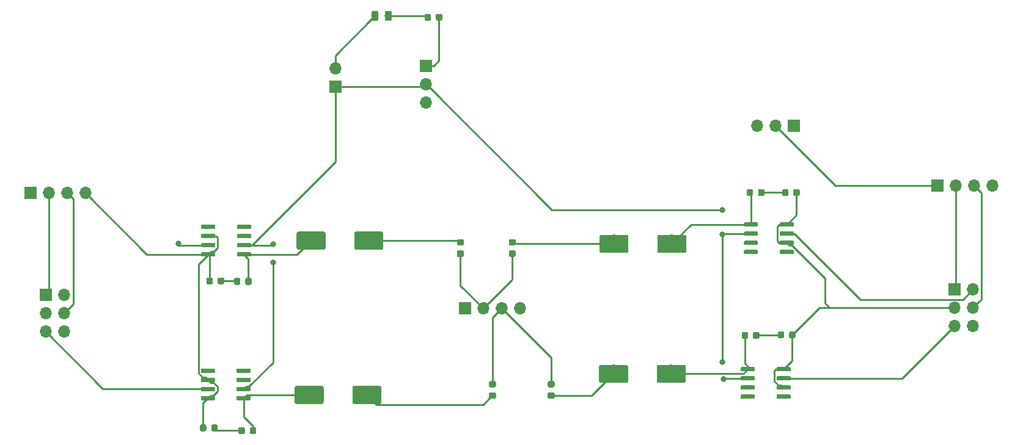
<source format=gbr>
G04 #@! TF.GenerationSoftware,KiCad,Pcbnew,(5.1.2-1)-1*
G04 #@! TF.CreationDate,2021-03-06T08:10:20-07:00*
G04 #@! TF.ProjectId,audio_quad_minimal,61756469-6f5f-4717-9561-645f6d696e69,rev?*
G04 #@! TF.SameCoordinates,Original*
G04 #@! TF.FileFunction,Copper,L1,Top*
G04 #@! TF.FilePolarity,Positive*
%FSLAX46Y46*%
G04 Gerber Fmt 4.6, Leading zero omitted, Abs format (unit mm)*
G04 Created by KiCad (PCBNEW (5.1.2-1)-1) date 2021-03-06 08:10:20*
%MOMM*%
%LPD*%
G04 APERTURE LIST*
%ADD10C,0.100000*%
%ADD11C,0.600000*%
%ADD12O,1.700000X1.700000*%
%ADD13R,1.700000X1.700000*%
%ADD14C,0.875000*%
%ADD15C,0.975000*%
%ADD16C,2.500000*%
%ADD17C,0.800000*%
%ADD18C,0.250000*%
G04 APERTURE END LIST*
D10*
G36*
X147970703Y-103904222D02*
G01*
X147985264Y-103906382D01*
X147999543Y-103909959D01*
X148013403Y-103914918D01*
X148026710Y-103921212D01*
X148039336Y-103928780D01*
X148051159Y-103937548D01*
X148062066Y-103947434D01*
X148071952Y-103958341D01*
X148080720Y-103970164D01*
X148088288Y-103982790D01*
X148094582Y-103996097D01*
X148099541Y-104009957D01*
X148103118Y-104024236D01*
X148105278Y-104038797D01*
X148106000Y-104053500D01*
X148106000Y-104353500D01*
X148105278Y-104368203D01*
X148103118Y-104382764D01*
X148099541Y-104397043D01*
X148094582Y-104410903D01*
X148088288Y-104424210D01*
X148080720Y-104436836D01*
X148071952Y-104448659D01*
X148062066Y-104459566D01*
X148051159Y-104469452D01*
X148039336Y-104478220D01*
X148026710Y-104485788D01*
X148013403Y-104492082D01*
X147999543Y-104497041D01*
X147985264Y-104500618D01*
X147970703Y-104502778D01*
X147956000Y-104503500D01*
X146306000Y-104503500D01*
X146291297Y-104502778D01*
X146276736Y-104500618D01*
X146262457Y-104497041D01*
X146248597Y-104492082D01*
X146235290Y-104485788D01*
X146222664Y-104478220D01*
X146210841Y-104469452D01*
X146199934Y-104459566D01*
X146190048Y-104448659D01*
X146181280Y-104436836D01*
X146173712Y-104424210D01*
X146167418Y-104410903D01*
X146162459Y-104397043D01*
X146158882Y-104382764D01*
X146156722Y-104368203D01*
X146156000Y-104353500D01*
X146156000Y-104053500D01*
X146156722Y-104038797D01*
X146158882Y-104024236D01*
X146162459Y-104009957D01*
X146167418Y-103996097D01*
X146173712Y-103982790D01*
X146181280Y-103970164D01*
X146190048Y-103958341D01*
X146199934Y-103947434D01*
X146210841Y-103937548D01*
X146222664Y-103928780D01*
X146235290Y-103921212D01*
X146248597Y-103914918D01*
X146262457Y-103909959D01*
X146276736Y-103906382D01*
X146291297Y-103904222D01*
X146306000Y-103903500D01*
X147956000Y-103903500D01*
X147970703Y-103904222D01*
X147970703Y-103904222D01*
G37*
D11*
X147131000Y-104203500D03*
D10*
G36*
X147970703Y-102634222D02*
G01*
X147985264Y-102636382D01*
X147999543Y-102639959D01*
X148013403Y-102644918D01*
X148026710Y-102651212D01*
X148039336Y-102658780D01*
X148051159Y-102667548D01*
X148062066Y-102677434D01*
X148071952Y-102688341D01*
X148080720Y-102700164D01*
X148088288Y-102712790D01*
X148094582Y-102726097D01*
X148099541Y-102739957D01*
X148103118Y-102754236D01*
X148105278Y-102768797D01*
X148106000Y-102783500D01*
X148106000Y-103083500D01*
X148105278Y-103098203D01*
X148103118Y-103112764D01*
X148099541Y-103127043D01*
X148094582Y-103140903D01*
X148088288Y-103154210D01*
X148080720Y-103166836D01*
X148071952Y-103178659D01*
X148062066Y-103189566D01*
X148051159Y-103199452D01*
X148039336Y-103208220D01*
X148026710Y-103215788D01*
X148013403Y-103222082D01*
X147999543Y-103227041D01*
X147985264Y-103230618D01*
X147970703Y-103232778D01*
X147956000Y-103233500D01*
X146306000Y-103233500D01*
X146291297Y-103232778D01*
X146276736Y-103230618D01*
X146262457Y-103227041D01*
X146248597Y-103222082D01*
X146235290Y-103215788D01*
X146222664Y-103208220D01*
X146210841Y-103199452D01*
X146199934Y-103189566D01*
X146190048Y-103178659D01*
X146181280Y-103166836D01*
X146173712Y-103154210D01*
X146167418Y-103140903D01*
X146162459Y-103127043D01*
X146158882Y-103112764D01*
X146156722Y-103098203D01*
X146156000Y-103083500D01*
X146156000Y-102783500D01*
X146156722Y-102768797D01*
X146158882Y-102754236D01*
X146162459Y-102739957D01*
X146167418Y-102726097D01*
X146173712Y-102712790D01*
X146181280Y-102700164D01*
X146190048Y-102688341D01*
X146199934Y-102677434D01*
X146210841Y-102667548D01*
X146222664Y-102658780D01*
X146235290Y-102651212D01*
X146248597Y-102644918D01*
X146262457Y-102639959D01*
X146276736Y-102636382D01*
X146291297Y-102634222D01*
X146306000Y-102633500D01*
X147956000Y-102633500D01*
X147970703Y-102634222D01*
X147970703Y-102634222D01*
G37*
D11*
X147131000Y-102933500D03*
D10*
G36*
X147970703Y-101364222D02*
G01*
X147985264Y-101366382D01*
X147999543Y-101369959D01*
X148013403Y-101374918D01*
X148026710Y-101381212D01*
X148039336Y-101388780D01*
X148051159Y-101397548D01*
X148062066Y-101407434D01*
X148071952Y-101418341D01*
X148080720Y-101430164D01*
X148088288Y-101442790D01*
X148094582Y-101456097D01*
X148099541Y-101469957D01*
X148103118Y-101484236D01*
X148105278Y-101498797D01*
X148106000Y-101513500D01*
X148106000Y-101813500D01*
X148105278Y-101828203D01*
X148103118Y-101842764D01*
X148099541Y-101857043D01*
X148094582Y-101870903D01*
X148088288Y-101884210D01*
X148080720Y-101896836D01*
X148071952Y-101908659D01*
X148062066Y-101919566D01*
X148051159Y-101929452D01*
X148039336Y-101938220D01*
X148026710Y-101945788D01*
X148013403Y-101952082D01*
X147999543Y-101957041D01*
X147985264Y-101960618D01*
X147970703Y-101962778D01*
X147956000Y-101963500D01*
X146306000Y-101963500D01*
X146291297Y-101962778D01*
X146276736Y-101960618D01*
X146262457Y-101957041D01*
X146248597Y-101952082D01*
X146235290Y-101945788D01*
X146222664Y-101938220D01*
X146210841Y-101929452D01*
X146199934Y-101919566D01*
X146190048Y-101908659D01*
X146181280Y-101896836D01*
X146173712Y-101884210D01*
X146167418Y-101870903D01*
X146162459Y-101857043D01*
X146158882Y-101842764D01*
X146156722Y-101828203D01*
X146156000Y-101813500D01*
X146156000Y-101513500D01*
X146156722Y-101498797D01*
X146158882Y-101484236D01*
X146162459Y-101469957D01*
X146167418Y-101456097D01*
X146173712Y-101442790D01*
X146181280Y-101430164D01*
X146190048Y-101418341D01*
X146199934Y-101407434D01*
X146210841Y-101397548D01*
X146222664Y-101388780D01*
X146235290Y-101381212D01*
X146248597Y-101374918D01*
X146262457Y-101369959D01*
X146276736Y-101366382D01*
X146291297Y-101364222D01*
X146306000Y-101363500D01*
X147956000Y-101363500D01*
X147970703Y-101364222D01*
X147970703Y-101364222D01*
G37*
D11*
X147131000Y-101663500D03*
D10*
G36*
X147970703Y-100094222D02*
G01*
X147985264Y-100096382D01*
X147999543Y-100099959D01*
X148013403Y-100104918D01*
X148026710Y-100111212D01*
X148039336Y-100118780D01*
X148051159Y-100127548D01*
X148062066Y-100137434D01*
X148071952Y-100148341D01*
X148080720Y-100160164D01*
X148088288Y-100172790D01*
X148094582Y-100186097D01*
X148099541Y-100199957D01*
X148103118Y-100214236D01*
X148105278Y-100228797D01*
X148106000Y-100243500D01*
X148106000Y-100543500D01*
X148105278Y-100558203D01*
X148103118Y-100572764D01*
X148099541Y-100587043D01*
X148094582Y-100600903D01*
X148088288Y-100614210D01*
X148080720Y-100626836D01*
X148071952Y-100638659D01*
X148062066Y-100649566D01*
X148051159Y-100659452D01*
X148039336Y-100668220D01*
X148026710Y-100675788D01*
X148013403Y-100682082D01*
X147999543Y-100687041D01*
X147985264Y-100690618D01*
X147970703Y-100692778D01*
X147956000Y-100693500D01*
X146306000Y-100693500D01*
X146291297Y-100692778D01*
X146276736Y-100690618D01*
X146262457Y-100687041D01*
X146248597Y-100682082D01*
X146235290Y-100675788D01*
X146222664Y-100668220D01*
X146210841Y-100659452D01*
X146199934Y-100649566D01*
X146190048Y-100638659D01*
X146181280Y-100626836D01*
X146173712Y-100614210D01*
X146167418Y-100600903D01*
X146162459Y-100587043D01*
X146158882Y-100572764D01*
X146156722Y-100558203D01*
X146156000Y-100543500D01*
X146156000Y-100243500D01*
X146156722Y-100228797D01*
X146158882Y-100214236D01*
X146162459Y-100199957D01*
X146167418Y-100186097D01*
X146173712Y-100172790D01*
X146181280Y-100160164D01*
X146190048Y-100148341D01*
X146199934Y-100137434D01*
X146210841Y-100127548D01*
X146222664Y-100118780D01*
X146235290Y-100111212D01*
X146248597Y-100104918D01*
X146262457Y-100099959D01*
X146276736Y-100096382D01*
X146291297Y-100094222D01*
X146306000Y-100093500D01*
X147956000Y-100093500D01*
X147970703Y-100094222D01*
X147970703Y-100094222D01*
G37*
D11*
X147131000Y-100393500D03*
D10*
G36*
X152920703Y-100094222D02*
G01*
X152935264Y-100096382D01*
X152949543Y-100099959D01*
X152963403Y-100104918D01*
X152976710Y-100111212D01*
X152989336Y-100118780D01*
X153001159Y-100127548D01*
X153012066Y-100137434D01*
X153021952Y-100148341D01*
X153030720Y-100160164D01*
X153038288Y-100172790D01*
X153044582Y-100186097D01*
X153049541Y-100199957D01*
X153053118Y-100214236D01*
X153055278Y-100228797D01*
X153056000Y-100243500D01*
X153056000Y-100543500D01*
X153055278Y-100558203D01*
X153053118Y-100572764D01*
X153049541Y-100587043D01*
X153044582Y-100600903D01*
X153038288Y-100614210D01*
X153030720Y-100626836D01*
X153021952Y-100638659D01*
X153012066Y-100649566D01*
X153001159Y-100659452D01*
X152989336Y-100668220D01*
X152976710Y-100675788D01*
X152963403Y-100682082D01*
X152949543Y-100687041D01*
X152935264Y-100690618D01*
X152920703Y-100692778D01*
X152906000Y-100693500D01*
X151256000Y-100693500D01*
X151241297Y-100692778D01*
X151226736Y-100690618D01*
X151212457Y-100687041D01*
X151198597Y-100682082D01*
X151185290Y-100675788D01*
X151172664Y-100668220D01*
X151160841Y-100659452D01*
X151149934Y-100649566D01*
X151140048Y-100638659D01*
X151131280Y-100626836D01*
X151123712Y-100614210D01*
X151117418Y-100600903D01*
X151112459Y-100587043D01*
X151108882Y-100572764D01*
X151106722Y-100558203D01*
X151106000Y-100543500D01*
X151106000Y-100243500D01*
X151106722Y-100228797D01*
X151108882Y-100214236D01*
X151112459Y-100199957D01*
X151117418Y-100186097D01*
X151123712Y-100172790D01*
X151131280Y-100160164D01*
X151140048Y-100148341D01*
X151149934Y-100137434D01*
X151160841Y-100127548D01*
X151172664Y-100118780D01*
X151185290Y-100111212D01*
X151198597Y-100104918D01*
X151212457Y-100099959D01*
X151226736Y-100096382D01*
X151241297Y-100094222D01*
X151256000Y-100093500D01*
X152906000Y-100093500D01*
X152920703Y-100094222D01*
X152920703Y-100094222D01*
G37*
D11*
X152081000Y-100393500D03*
D10*
G36*
X152920703Y-101364222D02*
G01*
X152935264Y-101366382D01*
X152949543Y-101369959D01*
X152963403Y-101374918D01*
X152976710Y-101381212D01*
X152989336Y-101388780D01*
X153001159Y-101397548D01*
X153012066Y-101407434D01*
X153021952Y-101418341D01*
X153030720Y-101430164D01*
X153038288Y-101442790D01*
X153044582Y-101456097D01*
X153049541Y-101469957D01*
X153053118Y-101484236D01*
X153055278Y-101498797D01*
X153056000Y-101513500D01*
X153056000Y-101813500D01*
X153055278Y-101828203D01*
X153053118Y-101842764D01*
X153049541Y-101857043D01*
X153044582Y-101870903D01*
X153038288Y-101884210D01*
X153030720Y-101896836D01*
X153021952Y-101908659D01*
X153012066Y-101919566D01*
X153001159Y-101929452D01*
X152989336Y-101938220D01*
X152976710Y-101945788D01*
X152963403Y-101952082D01*
X152949543Y-101957041D01*
X152935264Y-101960618D01*
X152920703Y-101962778D01*
X152906000Y-101963500D01*
X151256000Y-101963500D01*
X151241297Y-101962778D01*
X151226736Y-101960618D01*
X151212457Y-101957041D01*
X151198597Y-101952082D01*
X151185290Y-101945788D01*
X151172664Y-101938220D01*
X151160841Y-101929452D01*
X151149934Y-101919566D01*
X151140048Y-101908659D01*
X151131280Y-101896836D01*
X151123712Y-101884210D01*
X151117418Y-101870903D01*
X151112459Y-101857043D01*
X151108882Y-101842764D01*
X151106722Y-101828203D01*
X151106000Y-101813500D01*
X151106000Y-101513500D01*
X151106722Y-101498797D01*
X151108882Y-101484236D01*
X151112459Y-101469957D01*
X151117418Y-101456097D01*
X151123712Y-101442790D01*
X151131280Y-101430164D01*
X151140048Y-101418341D01*
X151149934Y-101407434D01*
X151160841Y-101397548D01*
X151172664Y-101388780D01*
X151185290Y-101381212D01*
X151198597Y-101374918D01*
X151212457Y-101369959D01*
X151226736Y-101366382D01*
X151241297Y-101364222D01*
X151256000Y-101363500D01*
X152906000Y-101363500D01*
X152920703Y-101364222D01*
X152920703Y-101364222D01*
G37*
D11*
X152081000Y-101663500D03*
D10*
G36*
X152920703Y-102634222D02*
G01*
X152935264Y-102636382D01*
X152949543Y-102639959D01*
X152963403Y-102644918D01*
X152976710Y-102651212D01*
X152989336Y-102658780D01*
X153001159Y-102667548D01*
X153012066Y-102677434D01*
X153021952Y-102688341D01*
X153030720Y-102700164D01*
X153038288Y-102712790D01*
X153044582Y-102726097D01*
X153049541Y-102739957D01*
X153053118Y-102754236D01*
X153055278Y-102768797D01*
X153056000Y-102783500D01*
X153056000Y-103083500D01*
X153055278Y-103098203D01*
X153053118Y-103112764D01*
X153049541Y-103127043D01*
X153044582Y-103140903D01*
X153038288Y-103154210D01*
X153030720Y-103166836D01*
X153021952Y-103178659D01*
X153012066Y-103189566D01*
X153001159Y-103199452D01*
X152989336Y-103208220D01*
X152976710Y-103215788D01*
X152963403Y-103222082D01*
X152949543Y-103227041D01*
X152935264Y-103230618D01*
X152920703Y-103232778D01*
X152906000Y-103233500D01*
X151256000Y-103233500D01*
X151241297Y-103232778D01*
X151226736Y-103230618D01*
X151212457Y-103227041D01*
X151198597Y-103222082D01*
X151185290Y-103215788D01*
X151172664Y-103208220D01*
X151160841Y-103199452D01*
X151149934Y-103189566D01*
X151140048Y-103178659D01*
X151131280Y-103166836D01*
X151123712Y-103154210D01*
X151117418Y-103140903D01*
X151112459Y-103127043D01*
X151108882Y-103112764D01*
X151106722Y-103098203D01*
X151106000Y-103083500D01*
X151106000Y-102783500D01*
X151106722Y-102768797D01*
X151108882Y-102754236D01*
X151112459Y-102739957D01*
X151117418Y-102726097D01*
X151123712Y-102712790D01*
X151131280Y-102700164D01*
X151140048Y-102688341D01*
X151149934Y-102677434D01*
X151160841Y-102667548D01*
X151172664Y-102658780D01*
X151185290Y-102651212D01*
X151198597Y-102644918D01*
X151212457Y-102639959D01*
X151226736Y-102636382D01*
X151241297Y-102634222D01*
X151256000Y-102633500D01*
X152906000Y-102633500D01*
X152920703Y-102634222D01*
X152920703Y-102634222D01*
G37*
D11*
X152081000Y-102933500D03*
D10*
G36*
X152920703Y-103904222D02*
G01*
X152935264Y-103906382D01*
X152949543Y-103909959D01*
X152963403Y-103914918D01*
X152976710Y-103921212D01*
X152989336Y-103928780D01*
X153001159Y-103937548D01*
X153012066Y-103947434D01*
X153021952Y-103958341D01*
X153030720Y-103970164D01*
X153038288Y-103982790D01*
X153044582Y-103996097D01*
X153049541Y-104009957D01*
X153053118Y-104024236D01*
X153055278Y-104038797D01*
X153056000Y-104053500D01*
X153056000Y-104353500D01*
X153055278Y-104368203D01*
X153053118Y-104382764D01*
X153049541Y-104397043D01*
X153044582Y-104410903D01*
X153038288Y-104424210D01*
X153030720Y-104436836D01*
X153021952Y-104448659D01*
X153012066Y-104459566D01*
X153001159Y-104469452D01*
X152989336Y-104478220D01*
X152976710Y-104485788D01*
X152963403Y-104492082D01*
X152949543Y-104497041D01*
X152935264Y-104500618D01*
X152920703Y-104502778D01*
X152906000Y-104503500D01*
X151256000Y-104503500D01*
X151241297Y-104502778D01*
X151226736Y-104500618D01*
X151212457Y-104497041D01*
X151198597Y-104492082D01*
X151185290Y-104485788D01*
X151172664Y-104478220D01*
X151160841Y-104469452D01*
X151149934Y-104459566D01*
X151140048Y-104448659D01*
X151131280Y-104436836D01*
X151123712Y-104424210D01*
X151117418Y-104410903D01*
X151112459Y-104397043D01*
X151108882Y-104382764D01*
X151106722Y-104368203D01*
X151106000Y-104353500D01*
X151106000Y-104053500D01*
X151106722Y-104038797D01*
X151108882Y-104024236D01*
X151112459Y-104009957D01*
X151117418Y-103996097D01*
X151123712Y-103982790D01*
X151131280Y-103970164D01*
X151140048Y-103958341D01*
X151149934Y-103947434D01*
X151160841Y-103937548D01*
X151172664Y-103928780D01*
X151185290Y-103921212D01*
X151198597Y-103914918D01*
X151212457Y-103909959D01*
X151226736Y-103906382D01*
X151241297Y-103904222D01*
X151256000Y-103903500D01*
X152906000Y-103903500D01*
X152920703Y-103904222D01*
X152920703Y-103904222D01*
G37*
D11*
X152081000Y-104203500D03*
D10*
G36*
X78117703Y-100284722D02*
G01*
X78132264Y-100286882D01*
X78146543Y-100290459D01*
X78160403Y-100295418D01*
X78173710Y-100301712D01*
X78186336Y-100309280D01*
X78198159Y-100318048D01*
X78209066Y-100327934D01*
X78218952Y-100338841D01*
X78227720Y-100350664D01*
X78235288Y-100363290D01*
X78241582Y-100376597D01*
X78246541Y-100390457D01*
X78250118Y-100404736D01*
X78252278Y-100419297D01*
X78253000Y-100434000D01*
X78253000Y-100734000D01*
X78252278Y-100748703D01*
X78250118Y-100763264D01*
X78246541Y-100777543D01*
X78241582Y-100791403D01*
X78235288Y-100804710D01*
X78227720Y-100817336D01*
X78218952Y-100829159D01*
X78209066Y-100840066D01*
X78198159Y-100849952D01*
X78186336Y-100858720D01*
X78173710Y-100866288D01*
X78160403Y-100872582D01*
X78146543Y-100877541D01*
X78132264Y-100881118D01*
X78117703Y-100883278D01*
X78103000Y-100884000D01*
X76453000Y-100884000D01*
X76438297Y-100883278D01*
X76423736Y-100881118D01*
X76409457Y-100877541D01*
X76395597Y-100872582D01*
X76382290Y-100866288D01*
X76369664Y-100858720D01*
X76357841Y-100849952D01*
X76346934Y-100840066D01*
X76337048Y-100829159D01*
X76328280Y-100817336D01*
X76320712Y-100804710D01*
X76314418Y-100791403D01*
X76309459Y-100777543D01*
X76305882Y-100763264D01*
X76303722Y-100748703D01*
X76303000Y-100734000D01*
X76303000Y-100434000D01*
X76303722Y-100419297D01*
X76305882Y-100404736D01*
X76309459Y-100390457D01*
X76314418Y-100376597D01*
X76320712Y-100363290D01*
X76328280Y-100350664D01*
X76337048Y-100338841D01*
X76346934Y-100327934D01*
X76357841Y-100318048D01*
X76369664Y-100309280D01*
X76382290Y-100301712D01*
X76395597Y-100295418D01*
X76409457Y-100290459D01*
X76423736Y-100286882D01*
X76438297Y-100284722D01*
X76453000Y-100284000D01*
X78103000Y-100284000D01*
X78117703Y-100284722D01*
X78117703Y-100284722D01*
G37*
D11*
X77278000Y-100584000D03*
D10*
G36*
X78117703Y-101554722D02*
G01*
X78132264Y-101556882D01*
X78146543Y-101560459D01*
X78160403Y-101565418D01*
X78173710Y-101571712D01*
X78186336Y-101579280D01*
X78198159Y-101588048D01*
X78209066Y-101597934D01*
X78218952Y-101608841D01*
X78227720Y-101620664D01*
X78235288Y-101633290D01*
X78241582Y-101646597D01*
X78246541Y-101660457D01*
X78250118Y-101674736D01*
X78252278Y-101689297D01*
X78253000Y-101704000D01*
X78253000Y-102004000D01*
X78252278Y-102018703D01*
X78250118Y-102033264D01*
X78246541Y-102047543D01*
X78241582Y-102061403D01*
X78235288Y-102074710D01*
X78227720Y-102087336D01*
X78218952Y-102099159D01*
X78209066Y-102110066D01*
X78198159Y-102119952D01*
X78186336Y-102128720D01*
X78173710Y-102136288D01*
X78160403Y-102142582D01*
X78146543Y-102147541D01*
X78132264Y-102151118D01*
X78117703Y-102153278D01*
X78103000Y-102154000D01*
X76453000Y-102154000D01*
X76438297Y-102153278D01*
X76423736Y-102151118D01*
X76409457Y-102147541D01*
X76395597Y-102142582D01*
X76382290Y-102136288D01*
X76369664Y-102128720D01*
X76357841Y-102119952D01*
X76346934Y-102110066D01*
X76337048Y-102099159D01*
X76328280Y-102087336D01*
X76320712Y-102074710D01*
X76314418Y-102061403D01*
X76309459Y-102047543D01*
X76305882Y-102033264D01*
X76303722Y-102018703D01*
X76303000Y-102004000D01*
X76303000Y-101704000D01*
X76303722Y-101689297D01*
X76305882Y-101674736D01*
X76309459Y-101660457D01*
X76314418Y-101646597D01*
X76320712Y-101633290D01*
X76328280Y-101620664D01*
X76337048Y-101608841D01*
X76346934Y-101597934D01*
X76357841Y-101588048D01*
X76369664Y-101579280D01*
X76382290Y-101571712D01*
X76395597Y-101565418D01*
X76409457Y-101560459D01*
X76423736Y-101556882D01*
X76438297Y-101554722D01*
X76453000Y-101554000D01*
X78103000Y-101554000D01*
X78117703Y-101554722D01*
X78117703Y-101554722D01*
G37*
D11*
X77278000Y-101854000D03*
D10*
G36*
X78117703Y-102824722D02*
G01*
X78132264Y-102826882D01*
X78146543Y-102830459D01*
X78160403Y-102835418D01*
X78173710Y-102841712D01*
X78186336Y-102849280D01*
X78198159Y-102858048D01*
X78209066Y-102867934D01*
X78218952Y-102878841D01*
X78227720Y-102890664D01*
X78235288Y-102903290D01*
X78241582Y-102916597D01*
X78246541Y-102930457D01*
X78250118Y-102944736D01*
X78252278Y-102959297D01*
X78253000Y-102974000D01*
X78253000Y-103274000D01*
X78252278Y-103288703D01*
X78250118Y-103303264D01*
X78246541Y-103317543D01*
X78241582Y-103331403D01*
X78235288Y-103344710D01*
X78227720Y-103357336D01*
X78218952Y-103369159D01*
X78209066Y-103380066D01*
X78198159Y-103389952D01*
X78186336Y-103398720D01*
X78173710Y-103406288D01*
X78160403Y-103412582D01*
X78146543Y-103417541D01*
X78132264Y-103421118D01*
X78117703Y-103423278D01*
X78103000Y-103424000D01*
X76453000Y-103424000D01*
X76438297Y-103423278D01*
X76423736Y-103421118D01*
X76409457Y-103417541D01*
X76395597Y-103412582D01*
X76382290Y-103406288D01*
X76369664Y-103398720D01*
X76357841Y-103389952D01*
X76346934Y-103380066D01*
X76337048Y-103369159D01*
X76328280Y-103357336D01*
X76320712Y-103344710D01*
X76314418Y-103331403D01*
X76309459Y-103317543D01*
X76305882Y-103303264D01*
X76303722Y-103288703D01*
X76303000Y-103274000D01*
X76303000Y-102974000D01*
X76303722Y-102959297D01*
X76305882Y-102944736D01*
X76309459Y-102930457D01*
X76314418Y-102916597D01*
X76320712Y-102903290D01*
X76328280Y-102890664D01*
X76337048Y-102878841D01*
X76346934Y-102867934D01*
X76357841Y-102858048D01*
X76369664Y-102849280D01*
X76382290Y-102841712D01*
X76395597Y-102835418D01*
X76409457Y-102830459D01*
X76423736Y-102826882D01*
X76438297Y-102824722D01*
X76453000Y-102824000D01*
X78103000Y-102824000D01*
X78117703Y-102824722D01*
X78117703Y-102824722D01*
G37*
D11*
X77278000Y-103124000D03*
D10*
G36*
X78117703Y-104094722D02*
G01*
X78132264Y-104096882D01*
X78146543Y-104100459D01*
X78160403Y-104105418D01*
X78173710Y-104111712D01*
X78186336Y-104119280D01*
X78198159Y-104128048D01*
X78209066Y-104137934D01*
X78218952Y-104148841D01*
X78227720Y-104160664D01*
X78235288Y-104173290D01*
X78241582Y-104186597D01*
X78246541Y-104200457D01*
X78250118Y-104214736D01*
X78252278Y-104229297D01*
X78253000Y-104244000D01*
X78253000Y-104544000D01*
X78252278Y-104558703D01*
X78250118Y-104573264D01*
X78246541Y-104587543D01*
X78241582Y-104601403D01*
X78235288Y-104614710D01*
X78227720Y-104627336D01*
X78218952Y-104639159D01*
X78209066Y-104650066D01*
X78198159Y-104659952D01*
X78186336Y-104668720D01*
X78173710Y-104676288D01*
X78160403Y-104682582D01*
X78146543Y-104687541D01*
X78132264Y-104691118D01*
X78117703Y-104693278D01*
X78103000Y-104694000D01*
X76453000Y-104694000D01*
X76438297Y-104693278D01*
X76423736Y-104691118D01*
X76409457Y-104687541D01*
X76395597Y-104682582D01*
X76382290Y-104676288D01*
X76369664Y-104668720D01*
X76357841Y-104659952D01*
X76346934Y-104650066D01*
X76337048Y-104639159D01*
X76328280Y-104627336D01*
X76320712Y-104614710D01*
X76314418Y-104601403D01*
X76309459Y-104587543D01*
X76305882Y-104573264D01*
X76303722Y-104558703D01*
X76303000Y-104544000D01*
X76303000Y-104244000D01*
X76303722Y-104229297D01*
X76305882Y-104214736D01*
X76309459Y-104200457D01*
X76314418Y-104186597D01*
X76320712Y-104173290D01*
X76328280Y-104160664D01*
X76337048Y-104148841D01*
X76346934Y-104137934D01*
X76357841Y-104128048D01*
X76369664Y-104119280D01*
X76382290Y-104111712D01*
X76395597Y-104105418D01*
X76409457Y-104100459D01*
X76423736Y-104096882D01*
X76438297Y-104094722D01*
X76453000Y-104094000D01*
X78103000Y-104094000D01*
X78117703Y-104094722D01*
X78117703Y-104094722D01*
G37*
D11*
X77278000Y-104394000D03*
D10*
G36*
X73167703Y-104094722D02*
G01*
X73182264Y-104096882D01*
X73196543Y-104100459D01*
X73210403Y-104105418D01*
X73223710Y-104111712D01*
X73236336Y-104119280D01*
X73248159Y-104128048D01*
X73259066Y-104137934D01*
X73268952Y-104148841D01*
X73277720Y-104160664D01*
X73285288Y-104173290D01*
X73291582Y-104186597D01*
X73296541Y-104200457D01*
X73300118Y-104214736D01*
X73302278Y-104229297D01*
X73303000Y-104244000D01*
X73303000Y-104544000D01*
X73302278Y-104558703D01*
X73300118Y-104573264D01*
X73296541Y-104587543D01*
X73291582Y-104601403D01*
X73285288Y-104614710D01*
X73277720Y-104627336D01*
X73268952Y-104639159D01*
X73259066Y-104650066D01*
X73248159Y-104659952D01*
X73236336Y-104668720D01*
X73223710Y-104676288D01*
X73210403Y-104682582D01*
X73196543Y-104687541D01*
X73182264Y-104691118D01*
X73167703Y-104693278D01*
X73153000Y-104694000D01*
X71503000Y-104694000D01*
X71488297Y-104693278D01*
X71473736Y-104691118D01*
X71459457Y-104687541D01*
X71445597Y-104682582D01*
X71432290Y-104676288D01*
X71419664Y-104668720D01*
X71407841Y-104659952D01*
X71396934Y-104650066D01*
X71387048Y-104639159D01*
X71378280Y-104627336D01*
X71370712Y-104614710D01*
X71364418Y-104601403D01*
X71359459Y-104587543D01*
X71355882Y-104573264D01*
X71353722Y-104558703D01*
X71353000Y-104544000D01*
X71353000Y-104244000D01*
X71353722Y-104229297D01*
X71355882Y-104214736D01*
X71359459Y-104200457D01*
X71364418Y-104186597D01*
X71370712Y-104173290D01*
X71378280Y-104160664D01*
X71387048Y-104148841D01*
X71396934Y-104137934D01*
X71407841Y-104128048D01*
X71419664Y-104119280D01*
X71432290Y-104111712D01*
X71445597Y-104105418D01*
X71459457Y-104100459D01*
X71473736Y-104096882D01*
X71488297Y-104094722D01*
X71503000Y-104094000D01*
X73153000Y-104094000D01*
X73167703Y-104094722D01*
X73167703Y-104094722D01*
G37*
D11*
X72328000Y-104394000D03*
D10*
G36*
X73167703Y-102824722D02*
G01*
X73182264Y-102826882D01*
X73196543Y-102830459D01*
X73210403Y-102835418D01*
X73223710Y-102841712D01*
X73236336Y-102849280D01*
X73248159Y-102858048D01*
X73259066Y-102867934D01*
X73268952Y-102878841D01*
X73277720Y-102890664D01*
X73285288Y-102903290D01*
X73291582Y-102916597D01*
X73296541Y-102930457D01*
X73300118Y-102944736D01*
X73302278Y-102959297D01*
X73303000Y-102974000D01*
X73303000Y-103274000D01*
X73302278Y-103288703D01*
X73300118Y-103303264D01*
X73296541Y-103317543D01*
X73291582Y-103331403D01*
X73285288Y-103344710D01*
X73277720Y-103357336D01*
X73268952Y-103369159D01*
X73259066Y-103380066D01*
X73248159Y-103389952D01*
X73236336Y-103398720D01*
X73223710Y-103406288D01*
X73210403Y-103412582D01*
X73196543Y-103417541D01*
X73182264Y-103421118D01*
X73167703Y-103423278D01*
X73153000Y-103424000D01*
X71503000Y-103424000D01*
X71488297Y-103423278D01*
X71473736Y-103421118D01*
X71459457Y-103417541D01*
X71445597Y-103412582D01*
X71432290Y-103406288D01*
X71419664Y-103398720D01*
X71407841Y-103389952D01*
X71396934Y-103380066D01*
X71387048Y-103369159D01*
X71378280Y-103357336D01*
X71370712Y-103344710D01*
X71364418Y-103331403D01*
X71359459Y-103317543D01*
X71355882Y-103303264D01*
X71353722Y-103288703D01*
X71353000Y-103274000D01*
X71353000Y-102974000D01*
X71353722Y-102959297D01*
X71355882Y-102944736D01*
X71359459Y-102930457D01*
X71364418Y-102916597D01*
X71370712Y-102903290D01*
X71378280Y-102890664D01*
X71387048Y-102878841D01*
X71396934Y-102867934D01*
X71407841Y-102858048D01*
X71419664Y-102849280D01*
X71432290Y-102841712D01*
X71445597Y-102835418D01*
X71459457Y-102830459D01*
X71473736Y-102826882D01*
X71488297Y-102824722D01*
X71503000Y-102824000D01*
X73153000Y-102824000D01*
X73167703Y-102824722D01*
X73167703Y-102824722D01*
G37*
D11*
X72328000Y-103124000D03*
D10*
G36*
X73167703Y-101554722D02*
G01*
X73182264Y-101556882D01*
X73196543Y-101560459D01*
X73210403Y-101565418D01*
X73223710Y-101571712D01*
X73236336Y-101579280D01*
X73248159Y-101588048D01*
X73259066Y-101597934D01*
X73268952Y-101608841D01*
X73277720Y-101620664D01*
X73285288Y-101633290D01*
X73291582Y-101646597D01*
X73296541Y-101660457D01*
X73300118Y-101674736D01*
X73302278Y-101689297D01*
X73303000Y-101704000D01*
X73303000Y-102004000D01*
X73302278Y-102018703D01*
X73300118Y-102033264D01*
X73296541Y-102047543D01*
X73291582Y-102061403D01*
X73285288Y-102074710D01*
X73277720Y-102087336D01*
X73268952Y-102099159D01*
X73259066Y-102110066D01*
X73248159Y-102119952D01*
X73236336Y-102128720D01*
X73223710Y-102136288D01*
X73210403Y-102142582D01*
X73196543Y-102147541D01*
X73182264Y-102151118D01*
X73167703Y-102153278D01*
X73153000Y-102154000D01*
X71503000Y-102154000D01*
X71488297Y-102153278D01*
X71473736Y-102151118D01*
X71459457Y-102147541D01*
X71445597Y-102142582D01*
X71432290Y-102136288D01*
X71419664Y-102128720D01*
X71407841Y-102119952D01*
X71396934Y-102110066D01*
X71387048Y-102099159D01*
X71378280Y-102087336D01*
X71370712Y-102074710D01*
X71364418Y-102061403D01*
X71359459Y-102047543D01*
X71355882Y-102033264D01*
X71353722Y-102018703D01*
X71353000Y-102004000D01*
X71353000Y-101704000D01*
X71353722Y-101689297D01*
X71355882Y-101674736D01*
X71359459Y-101660457D01*
X71364418Y-101646597D01*
X71370712Y-101633290D01*
X71378280Y-101620664D01*
X71387048Y-101608841D01*
X71396934Y-101597934D01*
X71407841Y-101588048D01*
X71419664Y-101579280D01*
X71432290Y-101571712D01*
X71445597Y-101565418D01*
X71459457Y-101560459D01*
X71473736Y-101556882D01*
X71488297Y-101554722D01*
X71503000Y-101554000D01*
X73153000Y-101554000D01*
X73167703Y-101554722D01*
X73167703Y-101554722D01*
G37*
D11*
X72328000Y-101854000D03*
D10*
G36*
X73167703Y-100284722D02*
G01*
X73182264Y-100286882D01*
X73196543Y-100290459D01*
X73210403Y-100295418D01*
X73223710Y-100301712D01*
X73236336Y-100309280D01*
X73248159Y-100318048D01*
X73259066Y-100327934D01*
X73268952Y-100338841D01*
X73277720Y-100350664D01*
X73285288Y-100363290D01*
X73291582Y-100376597D01*
X73296541Y-100390457D01*
X73300118Y-100404736D01*
X73302278Y-100419297D01*
X73303000Y-100434000D01*
X73303000Y-100734000D01*
X73302278Y-100748703D01*
X73300118Y-100763264D01*
X73296541Y-100777543D01*
X73291582Y-100791403D01*
X73285288Y-100804710D01*
X73277720Y-100817336D01*
X73268952Y-100829159D01*
X73259066Y-100840066D01*
X73248159Y-100849952D01*
X73236336Y-100858720D01*
X73223710Y-100866288D01*
X73210403Y-100872582D01*
X73196543Y-100877541D01*
X73182264Y-100881118D01*
X73167703Y-100883278D01*
X73153000Y-100884000D01*
X71503000Y-100884000D01*
X71488297Y-100883278D01*
X71473736Y-100881118D01*
X71459457Y-100877541D01*
X71445597Y-100872582D01*
X71432290Y-100866288D01*
X71419664Y-100858720D01*
X71407841Y-100849952D01*
X71396934Y-100840066D01*
X71387048Y-100829159D01*
X71378280Y-100817336D01*
X71370712Y-100804710D01*
X71364418Y-100791403D01*
X71359459Y-100777543D01*
X71355882Y-100763264D01*
X71353722Y-100748703D01*
X71353000Y-100734000D01*
X71353000Y-100434000D01*
X71353722Y-100419297D01*
X71355882Y-100404736D01*
X71359459Y-100390457D01*
X71364418Y-100376597D01*
X71370712Y-100363290D01*
X71378280Y-100350664D01*
X71387048Y-100338841D01*
X71396934Y-100327934D01*
X71407841Y-100318048D01*
X71419664Y-100309280D01*
X71432290Y-100301712D01*
X71445597Y-100295418D01*
X71459457Y-100290459D01*
X71473736Y-100286882D01*
X71488297Y-100284722D01*
X71503000Y-100284000D01*
X73153000Y-100284000D01*
X73167703Y-100284722D01*
X73167703Y-100284722D01*
G37*
D11*
X72328000Y-100584000D03*
D10*
G36*
X148415203Y-83838222D02*
G01*
X148429764Y-83840382D01*
X148444043Y-83843959D01*
X148457903Y-83848918D01*
X148471210Y-83855212D01*
X148483836Y-83862780D01*
X148495659Y-83871548D01*
X148506566Y-83881434D01*
X148516452Y-83892341D01*
X148525220Y-83904164D01*
X148532788Y-83916790D01*
X148539082Y-83930097D01*
X148544041Y-83943957D01*
X148547618Y-83958236D01*
X148549778Y-83972797D01*
X148550500Y-83987500D01*
X148550500Y-84287500D01*
X148549778Y-84302203D01*
X148547618Y-84316764D01*
X148544041Y-84331043D01*
X148539082Y-84344903D01*
X148532788Y-84358210D01*
X148525220Y-84370836D01*
X148516452Y-84382659D01*
X148506566Y-84393566D01*
X148495659Y-84403452D01*
X148483836Y-84412220D01*
X148471210Y-84419788D01*
X148457903Y-84426082D01*
X148444043Y-84431041D01*
X148429764Y-84434618D01*
X148415203Y-84436778D01*
X148400500Y-84437500D01*
X146750500Y-84437500D01*
X146735797Y-84436778D01*
X146721236Y-84434618D01*
X146706957Y-84431041D01*
X146693097Y-84426082D01*
X146679790Y-84419788D01*
X146667164Y-84412220D01*
X146655341Y-84403452D01*
X146644434Y-84393566D01*
X146634548Y-84382659D01*
X146625780Y-84370836D01*
X146618212Y-84358210D01*
X146611918Y-84344903D01*
X146606959Y-84331043D01*
X146603382Y-84316764D01*
X146601222Y-84302203D01*
X146600500Y-84287500D01*
X146600500Y-83987500D01*
X146601222Y-83972797D01*
X146603382Y-83958236D01*
X146606959Y-83943957D01*
X146611918Y-83930097D01*
X146618212Y-83916790D01*
X146625780Y-83904164D01*
X146634548Y-83892341D01*
X146644434Y-83881434D01*
X146655341Y-83871548D01*
X146667164Y-83862780D01*
X146679790Y-83855212D01*
X146693097Y-83848918D01*
X146706957Y-83843959D01*
X146721236Y-83840382D01*
X146735797Y-83838222D01*
X146750500Y-83837500D01*
X148400500Y-83837500D01*
X148415203Y-83838222D01*
X148415203Y-83838222D01*
G37*
D11*
X147575500Y-84137500D03*
D10*
G36*
X148415203Y-82568222D02*
G01*
X148429764Y-82570382D01*
X148444043Y-82573959D01*
X148457903Y-82578918D01*
X148471210Y-82585212D01*
X148483836Y-82592780D01*
X148495659Y-82601548D01*
X148506566Y-82611434D01*
X148516452Y-82622341D01*
X148525220Y-82634164D01*
X148532788Y-82646790D01*
X148539082Y-82660097D01*
X148544041Y-82673957D01*
X148547618Y-82688236D01*
X148549778Y-82702797D01*
X148550500Y-82717500D01*
X148550500Y-83017500D01*
X148549778Y-83032203D01*
X148547618Y-83046764D01*
X148544041Y-83061043D01*
X148539082Y-83074903D01*
X148532788Y-83088210D01*
X148525220Y-83100836D01*
X148516452Y-83112659D01*
X148506566Y-83123566D01*
X148495659Y-83133452D01*
X148483836Y-83142220D01*
X148471210Y-83149788D01*
X148457903Y-83156082D01*
X148444043Y-83161041D01*
X148429764Y-83164618D01*
X148415203Y-83166778D01*
X148400500Y-83167500D01*
X146750500Y-83167500D01*
X146735797Y-83166778D01*
X146721236Y-83164618D01*
X146706957Y-83161041D01*
X146693097Y-83156082D01*
X146679790Y-83149788D01*
X146667164Y-83142220D01*
X146655341Y-83133452D01*
X146644434Y-83123566D01*
X146634548Y-83112659D01*
X146625780Y-83100836D01*
X146618212Y-83088210D01*
X146611918Y-83074903D01*
X146606959Y-83061043D01*
X146603382Y-83046764D01*
X146601222Y-83032203D01*
X146600500Y-83017500D01*
X146600500Y-82717500D01*
X146601222Y-82702797D01*
X146603382Y-82688236D01*
X146606959Y-82673957D01*
X146611918Y-82660097D01*
X146618212Y-82646790D01*
X146625780Y-82634164D01*
X146634548Y-82622341D01*
X146644434Y-82611434D01*
X146655341Y-82601548D01*
X146667164Y-82592780D01*
X146679790Y-82585212D01*
X146693097Y-82578918D01*
X146706957Y-82573959D01*
X146721236Y-82570382D01*
X146735797Y-82568222D01*
X146750500Y-82567500D01*
X148400500Y-82567500D01*
X148415203Y-82568222D01*
X148415203Y-82568222D01*
G37*
D11*
X147575500Y-82867500D03*
D10*
G36*
X148415203Y-81298222D02*
G01*
X148429764Y-81300382D01*
X148444043Y-81303959D01*
X148457903Y-81308918D01*
X148471210Y-81315212D01*
X148483836Y-81322780D01*
X148495659Y-81331548D01*
X148506566Y-81341434D01*
X148516452Y-81352341D01*
X148525220Y-81364164D01*
X148532788Y-81376790D01*
X148539082Y-81390097D01*
X148544041Y-81403957D01*
X148547618Y-81418236D01*
X148549778Y-81432797D01*
X148550500Y-81447500D01*
X148550500Y-81747500D01*
X148549778Y-81762203D01*
X148547618Y-81776764D01*
X148544041Y-81791043D01*
X148539082Y-81804903D01*
X148532788Y-81818210D01*
X148525220Y-81830836D01*
X148516452Y-81842659D01*
X148506566Y-81853566D01*
X148495659Y-81863452D01*
X148483836Y-81872220D01*
X148471210Y-81879788D01*
X148457903Y-81886082D01*
X148444043Y-81891041D01*
X148429764Y-81894618D01*
X148415203Y-81896778D01*
X148400500Y-81897500D01*
X146750500Y-81897500D01*
X146735797Y-81896778D01*
X146721236Y-81894618D01*
X146706957Y-81891041D01*
X146693097Y-81886082D01*
X146679790Y-81879788D01*
X146667164Y-81872220D01*
X146655341Y-81863452D01*
X146644434Y-81853566D01*
X146634548Y-81842659D01*
X146625780Y-81830836D01*
X146618212Y-81818210D01*
X146611918Y-81804903D01*
X146606959Y-81791043D01*
X146603382Y-81776764D01*
X146601222Y-81762203D01*
X146600500Y-81747500D01*
X146600500Y-81447500D01*
X146601222Y-81432797D01*
X146603382Y-81418236D01*
X146606959Y-81403957D01*
X146611918Y-81390097D01*
X146618212Y-81376790D01*
X146625780Y-81364164D01*
X146634548Y-81352341D01*
X146644434Y-81341434D01*
X146655341Y-81331548D01*
X146667164Y-81322780D01*
X146679790Y-81315212D01*
X146693097Y-81308918D01*
X146706957Y-81303959D01*
X146721236Y-81300382D01*
X146735797Y-81298222D01*
X146750500Y-81297500D01*
X148400500Y-81297500D01*
X148415203Y-81298222D01*
X148415203Y-81298222D01*
G37*
D11*
X147575500Y-81597500D03*
D10*
G36*
X148415203Y-80028222D02*
G01*
X148429764Y-80030382D01*
X148444043Y-80033959D01*
X148457903Y-80038918D01*
X148471210Y-80045212D01*
X148483836Y-80052780D01*
X148495659Y-80061548D01*
X148506566Y-80071434D01*
X148516452Y-80082341D01*
X148525220Y-80094164D01*
X148532788Y-80106790D01*
X148539082Y-80120097D01*
X148544041Y-80133957D01*
X148547618Y-80148236D01*
X148549778Y-80162797D01*
X148550500Y-80177500D01*
X148550500Y-80477500D01*
X148549778Y-80492203D01*
X148547618Y-80506764D01*
X148544041Y-80521043D01*
X148539082Y-80534903D01*
X148532788Y-80548210D01*
X148525220Y-80560836D01*
X148516452Y-80572659D01*
X148506566Y-80583566D01*
X148495659Y-80593452D01*
X148483836Y-80602220D01*
X148471210Y-80609788D01*
X148457903Y-80616082D01*
X148444043Y-80621041D01*
X148429764Y-80624618D01*
X148415203Y-80626778D01*
X148400500Y-80627500D01*
X146750500Y-80627500D01*
X146735797Y-80626778D01*
X146721236Y-80624618D01*
X146706957Y-80621041D01*
X146693097Y-80616082D01*
X146679790Y-80609788D01*
X146667164Y-80602220D01*
X146655341Y-80593452D01*
X146644434Y-80583566D01*
X146634548Y-80572659D01*
X146625780Y-80560836D01*
X146618212Y-80548210D01*
X146611918Y-80534903D01*
X146606959Y-80521043D01*
X146603382Y-80506764D01*
X146601222Y-80492203D01*
X146600500Y-80477500D01*
X146600500Y-80177500D01*
X146601222Y-80162797D01*
X146603382Y-80148236D01*
X146606959Y-80133957D01*
X146611918Y-80120097D01*
X146618212Y-80106790D01*
X146625780Y-80094164D01*
X146634548Y-80082341D01*
X146644434Y-80071434D01*
X146655341Y-80061548D01*
X146667164Y-80052780D01*
X146679790Y-80045212D01*
X146693097Y-80038918D01*
X146706957Y-80033959D01*
X146721236Y-80030382D01*
X146735797Y-80028222D01*
X146750500Y-80027500D01*
X148400500Y-80027500D01*
X148415203Y-80028222D01*
X148415203Y-80028222D01*
G37*
D11*
X147575500Y-80327500D03*
D10*
G36*
X153365203Y-80028222D02*
G01*
X153379764Y-80030382D01*
X153394043Y-80033959D01*
X153407903Y-80038918D01*
X153421210Y-80045212D01*
X153433836Y-80052780D01*
X153445659Y-80061548D01*
X153456566Y-80071434D01*
X153466452Y-80082341D01*
X153475220Y-80094164D01*
X153482788Y-80106790D01*
X153489082Y-80120097D01*
X153494041Y-80133957D01*
X153497618Y-80148236D01*
X153499778Y-80162797D01*
X153500500Y-80177500D01*
X153500500Y-80477500D01*
X153499778Y-80492203D01*
X153497618Y-80506764D01*
X153494041Y-80521043D01*
X153489082Y-80534903D01*
X153482788Y-80548210D01*
X153475220Y-80560836D01*
X153466452Y-80572659D01*
X153456566Y-80583566D01*
X153445659Y-80593452D01*
X153433836Y-80602220D01*
X153421210Y-80609788D01*
X153407903Y-80616082D01*
X153394043Y-80621041D01*
X153379764Y-80624618D01*
X153365203Y-80626778D01*
X153350500Y-80627500D01*
X151700500Y-80627500D01*
X151685797Y-80626778D01*
X151671236Y-80624618D01*
X151656957Y-80621041D01*
X151643097Y-80616082D01*
X151629790Y-80609788D01*
X151617164Y-80602220D01*
X151605341Y-80593452D01*
X151594434Y-80583566D01*
X151584548Y-80572659D01*
X151575780Y-80560836D01*
X151568212Y-80548210D01*
X151561918Y-80534903D01*
X151556959Y-80521043D01*
X151553382Y-80506764D01*
X151551222Y-80492203D01*
X151550500Y-80477500D01*
X151550500Y-80177500D01*
X151551222Y-80162797D01*
X151553382Y-80148236D01*
X151556959Y-80133957D01*
X151561918Y-80120097D01*
X151568212Y-80106790D01*
X151575780Y-80094164D01*
X151584548Y-80082341D01*
X151594434Y-80071434D01*
X151605341Y-80061548D01*
X151617164Y-80052780D01*
X151629790Y-80045212D01*
X151643097Y-80038918D01*
X151656957Y-80033959D01*
X151671236Y-80030382D01*
X151685797Y-80028222D01*
X151700500Y-80027500D01*
X153350500Y-80027500D01*
X153365203Y-80028222D01*
X153365203Y-80028222D01*
G37*
D11*
X152525500Y-80327500D03*
D10*
G36*
X153365203Y-81298222D02*
G01*
X153379764Y-81300382D01*
X153394043Y-81303959D01*
X153407903Y-81308918D01*
X153421210Y-81315212D01*
X153433836Y-81322780D01*
X153445659Y-81331548D01*
X153456566Y-81341434D01*
X153466452Y-81352341D01*
X153475220Y-81364164D01*
X153482788Y-81376790D01*
X153489082Y-81390097D01*
X153494041Y-81403957D01*
X153497618Y-81418236D01*
X153499778Y-81432797D01*
X153500500Y-81447500D01*
X153500500Y-81747500D01*
X153499778Y-81762203D01*
X153497618Y-81776764D01*
X153494041Y-81791043D01*
X153489082Y-81804903D01*
X153482788Y-81818210D01*
X153475220Y-81830836D01*
X153466452Y-81842659D01*
X153456566Y-81853566D01*
X153445659Y-81863452D01*
X153433836Y-81872220D01*
X153421210Y-81879788D01*
X153407903Y-81886082D01*
X153394043Y-81891041D01*
X153379764Y-81894618D01*
X153365203Y-81896778D01*
X153350500Y-81897500D01*
X151700500Y-81897500D01*
X151685797Y-81896778D01*
X151671236Y-81894618D01*
X151656957Y-81891041D01*
X151643097Y-81886082D01*
X151629790Y-81879788D01*
X151617164Y-81872220D01*
X151605341Y-81863452D01*
X151594434Y-81853566D01*
X151584548Y-81842659D01*
X151575780Y-81830836D01*
X151568212Y-81818210D01*
X151561918Y-81804903D01*
X151556959Y-81791043D01*
X151553382Y-81776764D01*
X151551222Y-81762203D01*
X151550500Y-81747500D01*
X151550500Y-81447500D01*
X151551222Y-81432797D01*
X151553382Y-81418236D01*
X151556959Y-81403957D01*
X151561918Y-81390097D01*
X151568212Y-81376790D01*
X151575780Y-81364164D01*
X151584548Y-81352341D01*
X151594434Y-81341434D01*
X151605341Y-81331548D01*
X151617164Y-81322780D01*
X151629790Y-81315212D01*
X151643097Y-81308918D01*
X151656957Y-81303959D01*
X151671236Y-81300382D01*
X151685797Y-81298222D01*
X151700500Y-81297500D01*
X153350500Y-81297500D01*
X153365203Y-81298222D01*
X153365203Y-81298222D01*
G37*
D11*
X152525500Y-81597500D03*
D10*
G36*
X153365203Y-82568222D02*
G01*
X153379764Y-82570382D01*
X153394043Y-82573959D01*
X153407903Y-82578918D01*
X153421210Y-82585212D01*
X153433836Y-82592780D01*
X153445659Y-82601548D01*
X153456566Y-82611434D01*
X153466452Y-82622341D01*
X153475220Y-82634164D01*
X153482788Y-82646790D01*
X153489082Y-82660097D01*
X153494041Y-82673957D01*
X153497618Y-82688236D01*
X153499778Y-82702797D01*
X153500500Y-82717500D01*
X153500500Y-83017500D01*
X153499778Y-83032203D01*
X153497618Y-83046764D01*
X153494041Y-83061043D01*
X153489082Y-83074903D01*
X153482788Y-83088210D01*
X153475220Y-83100836D01*
X153466452Y-83112659D01*
X153456566Y-83123566D01*
X153445659Y-83133452D01*
X153433836Y-83142220D01*
X153421210Y-83149788D01*
X153407903Y-83156082D01*
X153394043Y-83161041D01*
X153379764Y-83164618D01*
X153365203Y-83166778D01*
X153350500Y-83167500D01*
X151700500Y-83167500D01*
X151685797Y-83166778D01*
X151671236Y-83164618D01*
X151656957Y-83161041D01*
X151643097Y-83156082D01*
X151629790Y-83149788D01*
X151617164Y-83142220D01*
X151605341Y-83133452D01*
X151594434Y-83123566D01*
X151584548Y-83112659D01*
X151575780Y-83100836D01*
X151568212Y-83088210D01*
X151561918Y-83074903D01*
X151556959Y-83061043D01*
X151553382Y-83046764D01*
X151551222Y-83032203D01*
X151550500Y-83017500D01*
X151550500Y-82717500D01*
X151551222Y-82702797D01*
X151553382Y-82688236D01*
X151556959Y-82673957D01*
X151561918Y-82660097D01*
X151568212Y-82646790D01*
X151575780Y-82634164D01*
X151584548Y-82622341D01*
X151594434Y-82611434D01*
X151605341Y-82601548D01*
X151617164Y-82592780D01*
X151629790Y-82585212D01*
X151643097Y-82578918D01*
X151656957Y-82573959D01*
X151671236Y-82570382D01*
X151685797Y-82568222D01*
X151700500Y-82567500D01*
X153350500Y-82567500D01*
X153365203Y-82568222D01*
X153365203Y-82568222D01*
G37*
D11*
X152525500Y-82867500D03*
D10*
G36*
X153365203Y-83838222D02*
G01*
X153379764Y-83840382D01*
X153394043Y-83843959D01*
X153407903Y-83848918D01*
X153421210Y-83855212D01*
X153433836Y-83862780D01*
X153445659Y-83871548D01*
X153456566Y-83881434D01*
X153466452Y-83892341D01*
X153475220Y-83904164D01*
X153482788Y-83916790D01*
X153489082Y-83930097D01*
X153494041Y-83943957D01*
X153497618Y-83958236D01*
X153499778Y-83972797D01*
X153500500Y-83987500D01*
X153500500Y-84287500D01*
X153499778Y-84302203D01*
X153497618Y-84316764D01*
X153494041Y-84331043D01*
X153489082Y-84344903D01*
X153482788Y-84358210D01*
X153475220Y-84370836D01*
X153466452Y-84382659D01*
X153456566Y-84393566D01*
X153445659Y-84403452D01*
X153433836Y-84412220D01*
X153421210Y-84419788D01*
X153407903Y-84426082D01*
X153394043Y-84431041D01*
X153379764Y-84434618D01*
X153365203Y-84436778D01*
X153350500Y-84437500D01*
X151700500Y-84437500D01*
X151685797Y-84436778D01*
X151671236Y-84434618D01*
X151656957Y-84431041D01*
X151643097Y-84426082D01*
X151629790Y-84419788D01*
X151617164Y-84412220D01*
X151605341Y-84403452D01*
X151594434Y-84393566D01*
X151584548Y-84382659D01*
X151575780Y-84370836D01*
X151568212Y-84358210D01*
X151561918Y-84344903D01*
X151556959Y-84331043D01*
X151553382Y-84316764D01*
X151551222Y-84302203D01*
X151550500Y-84287500D01*
X151550500Y-83987500D01*
X151551222Y-83972797D01*
X151553382Y-83958236D01*
X151556959Y-83943957D01*
X151561918Y-83930097D01*
X151568212Y-83916790D01*
X151575780Y-83904164D01*
X151584548Y-83892341D01*
X151594434Y-83881434D01*
X151605341Y-83871548D01*
X151617164Y-83862780D01*
X151629790Y-83855212D01*
X151643097Y-83848918D01*
X151656957Y-83843959D01*
X151671236Y-83840382D01*
X151685797Y-83838222D01*
X151700500Y-83837500D01*
X153350500Y-83837500D01*
X153365203Y-83838222D01*
X153365203Y-83838222D01*
G37*
D11*
X152525500Y-84137500D03*
D10*
G36*
X78181203Y-80345722D02*
G01*
X78195764Y-80347882D01*
X78210043Y-80351459D01*
X78223903Y-80356418D01*
X78237210Y-80362712D01*
X78249836Y-80370280D01*
X78261659Y-80379048D01*
X78272566Y-80388934D01*
X78282452Y-80399841D01*
X78291220Y-80411664D01*
X78298788Y-80424290D01*
X78305082Y-80437597D01*
X78310041Y-80451457D01*
X78313618Y-80465736D01*
X78315778Y-80480297D01*
X78316500Y-80495000D01*
X78316500Y-80795000D01*
X78315778Y-80809703D01*
X78313618Y-80824264D01*
X78310041Y-80838543D01*
X78305082Y-80852403D01*
X78298788Y-80865710D01*
X78291220Y-80878336D01*
X78282452Y-80890159D01*
X78272566Y-80901066D01*
X78261659Y-80910952D01*
X78249836Y-80919720D01*
X78237210Y-80927288D01*
X78223903Y-80933582D01*
X78210043Y-80938541D01*
X78195764Y-80942118D01*
X78181203Y-80944278D01*
X78166500Y-80945000D01*
X76516500Y-80945000D01*
X76501797Y-80944278D01*
X76487236Y-80942118D01*
X76472957Y-80938541D01*
X76459097Y-80933582D01*
X76445790Y-80927288D01*
X76433164Y-80919720D01*
X76421341Y-80910952D01*
X76410434Y-80901066D01*
X76400548Y-80890159D01*
X76391780Y-80878336D01*
X76384212Y-80865710D01*
X76377918Y-80852403D01*
X76372959Y-80838543D01*
X76369382Y-80824264D01*
X76367222Y-80809703D01*
X76366500Y-80795000D01*
X76366500Y-80495000D01*
X76367222Y-80480297D01*
X76369382Y-80465736D01*
X76372959Y-80451457D01*
X76377918Y-80437597D01*
X76384212Y-80424290D01*
X76391780Y-80411664D01*
X76400548Y-80399841D01*
X76410434Y-80388934D01*
X76421341Y-80379048D01*
X76433164Y-80370280D01*
X76445790Y-80362712D01*
X76459097Y-80356418D01*
X76472957Y-80351459D01*
X76487236Y-80347882D01*
X76501797Y-80345722D01*
X76516500Y-80345000D01*
X78166500Y-80345000D01*
X78181203Y-80345722D01*
X78181203Y-80345722D01*
G37*
D11*
X77341500Y-80645000D03*
D10*
G36*
X78181203Y-81615722D02*
G01*
X78195764Y-81617882D01*
X78210043Y-81621459D01*
X78223903Y-81626418D01*
X78237210Y-81632712D01*
X78249836Y-81640280D01*
X78261659Y-81649048D01*
X78272566Y-81658934D01*
X78282452Y-81669841D01*
X78291220Y-81681664D01*
X78298788Y-81694290D01*
X78305082Y-81707597D01*
X78310041Y-81721457D01*
X78313618Y-81735736D01*
X78315778Y-81750297D01*
X78316500Y-81765000D01*
X78316500Y-82065000D01*
X78315778Y-82079703D01*
X78313618Y-82094264D01*
X78310041Y-82108543D01*
X78305082Y-82122403D01*
X78298788Y-82135710D01*
X78291220Y-82148336D01*
X78282452Y-82160159D01*
X78272566Y-82171066D01*
X78261659Y-82180952D01*
X78249836Y-82189720D01*
X78237210Y-82197288D01*
X78223903Y-82203582D01*
X78210043Y-82208541D01*
X78195764Y-82212118D01*
X78181203Y-82214278D01*
X78166500Y-82215000D01*
X76516500Y-82215000D01*
X76501797Y-82214278D01*
X76487236Y-82212118D01*
X76472957Y-82208541D01*
X76459097Y-82203582D01*
X76445790Y-82197288D01*
X76433164Y-82189720D01*
X76421341Y-82180952D01*
X76410434Y-82171066D01*
X76400548Y-82160159D01*
X76391780Y-82148336D01*
X76384212Y-82135710D01*
X76377918Y-82122403D01*
X76372959Y-82108543D01*
X76369382Y-82094264D01*
X76367222Y-82079703D01*
X76366500Y-82065000D01*
X76366500Y-81765000D01*
X76367222Y-81750297D01*
X76369382Y-81735736D01*
X76372959Y-81721457D01*
X76377918Y-81707597D01*
X76384212Y-81694290D01*
X76391780Y-81681664D01*
X76400548Y-81669841D01*
X76410434Y-81658934D01*
X76421341Y-81649048D01*
X76433164Y-81640280D01*
X76445790Y-81632712D01*
X76459097Y-81626418D01*
X76472957Y-81621459D01*
X76487236Y-81617882D01*
X76501797Y-81615722D01*
X76516500Y-81615000D01*
X78166500Y-81615000D01*
X78181203Y-81615722D01*
X78181203Y-81615722D01*
G37*
D11*
X77341500Y-81915000D03*
D10*
G36*
X78181203Y-82885722D02*
G01*
X78195764Y-82887882D01*
X78210043Y-82891459D01*
X78223903Y-82896418D01*
X78237210Y-82902712D01*
X78249836Y-82910280D01*
X78261659Y-82919048D01*
X78272566Y-82928934D01*
X78282452Y-82939841D01*
X78291220Y-82951664D01*
X78298788Y-82964290D01*
X78305082Y-82977597D01*
X78310041Y-82991457D01*
X78313618Y-83005736D01*
X78315778Y-83020297D01*
X78316500Y-83035000D01*
X78316500Y-83335000D01*
X78315778Y-83349703D01*
X78313618Y-83364264D01*
X78310041Y-83378543D01*
X78305082Y-83392403D01*
X78298788Y-83405710D01*
X78291220Y-83418336D01*
X78282452Y-83430159D01*
X78272566Y-83441066D01*
X78261659Y-83450952D01*
X78249836Y-83459720D01*
X78237210Y-83467288D01*
X78223903Y-83473582D01*
X78210043Y-83478541D01*
X78195764Y-83482118D01*
X78181203Y-83484278D01*
X78166500Y-83485000D01*
X76516500Y-83485000D01*
X76501797Y-83484278D01*
X76487236Y-83482118D01*
X76472957Y-83478541D01*
X76459097Y-83473582D01*
X76445790Y-83467288D01*
X76433164Y-83459720D01*
X76421341Y-83450952D01*
X76410434Y-83441066D01*
X76400548Y-83430159D01*
X76391780Y-83418336D01*
X76384212Y-83405710D01*
X76377918Y-83392403D01*
X76372959Y-83378543D01*
X76369382Y-83364264D01*
X76367222Y-83349703D01*
X76366500Y-83335000D01*
X76366500Y-83035000D01*
X76367222Y-83020297D01*
X76369382Y-83005736D01*
X76372959Y-82991457D01*
X76377918Y-82977597D01*
X76384212Y-82964290D01*
X76391780Y-82951664D01*
X76400548Y-82939841D01*
X76410434Y-82928934D01*
X76421341Y-82919048D01*
X76433164Y-82910280D01*
X76445790Y-82902712D01*
X76459097Y-82896418D01*
X76472957Y-82891459D01*
X76487236Y-82887882D01*
X76501797Y-82885722D01*
X76516500Y-82885000D01*
X78166500Y-82885000D01*
X78181203Y-82885722D01*
X78181203Y-82885722D01*
G37*
D11*
X77341500Y-83185000D03*
D10*
G36*
X78181203Y-84155722D02*
G01*
X78195764Y-84157882D01*
X78210043Y-84161459D01*
X78223903Y-84166418D01*
X78237210Y-84172712D01*
X78249836Y-84180280D01*
X78261659Y-84189048D01*
X78272566Y-84198934D01*
X78282452Y-84209841D01*
X78291220Y-84221664D01*
X78298788Y-84234290D01*
X78305082Y-84247597D01*
X78310041Y-84261457D01*
X78313618Y-84275736D01*
X78315778Y-84290297D01*
X78316500Y-84305000D01*
X78316500Y-84605000D01*
X78315778Y-84619703D01*
X78313618Y-84634264D01*
X78310041Y-84648543D01*
X78305082Y-84662403D01*
X78298788Y-84675710D01*
X78291220Y-84688336D01*
X78282452Y-84700159D01*
X78272566Y-84711066D01*
X78261659Y-84720952D01*
X78249836Y-84729720D01*
X78237210Y-84737288D01*
X78223903Y-84743582D01*
X78210043Y-84748541D01*
X78195764Y-84752118D01*
X78181203Y-84754278D01*
X78166500Y-84755000D01*
X76516500Y-84755000D01*
X76501797Y-84754278D01*
X76487236Y-84752118D01*
X76472957Y-84748541D01*
X76459097Y-84743582D01*
X76445790Y-84737288D01*
X76433164Y-84729720D01*
X76421341Y-84720952D01*
X76410434Y-84711066D01*
X76400548Y-84700159D01*
X76391780Y-84688336D01*
X76384212Y-84675710D01*
X76377918Y-84662403D01*
X76372959Y-84648543D01*
X76369382Y-84634264D01*
X76367222Y-84619703D01*
X76366500Y-84605000D01*
X76366500Y-84305000D01*
X76367222Y-84290297D01*
X76369382Y-84275736D01*
X76372959Y-84261457D01*
X76377918Y-84247597D01*
X76384212Y-84234290D01*
X76391780Y-84221664D01*
X76400548Y-84209841D01*
X76410434Y-84198934D01*
X76421341Y-84189048D01*
X76433164Y-84180280D01*
X76445790Y-84172712D01*
X76459097Y-84166418D01*
X76472957Y-84161459D01*
X76487236Y-84157882D01*
X76501797Y-84155722D01*
X76516500Y-84155000D01*
X78166500Y-84155000D01*
X78181203Y-84155722D01*
X78181203Y-84155722D01*
G37*
D11*
X77341500Y-84455000D03*
D10*
G36*
X73231203Y-84155722D02*
G01*
X73245764Y-84157882D01*
X73260043Y-84161459D01*
X73273903Y-84166418D01*
X73287210Y-84172712D01*
X73299836Y-84180280D01*
X73311659Y-84189048D01*
X73322566Y-84198934D01*
X73332452Y-84209841D01*
X73341220Y-84221664D01*
X73348788Y-84234290D01*
X73355082Y-84247597D01*
X73360041Y-84261457D01*
X73363618Y-84275736D01*
X73365778Y-84290297D01*
X73366500Y-84305000D01*
X73366500Y-84605000D01*
X73365778Y-84619703D01*
X73363618Y-84634264D01*
X73360041Y-84648543D01*
X73355082Y-84662403D01*
X73348788Y-84675710D01*
X73341220Y-84688336D01*
X73332452Y-84700159D01*
X73322566Y-84711066D01*
X73311659Y-84720952D01*
X73299836Y-84729720D01*
X73287210Y-84737288D01*
X73273903Y-84743582D01*
X73260043Y-84748541D01*
X73245764Y-84752118D01*
X73231203Y-84754278D01*
X73216500Y-84755000D01*
X71566500Y-84755000D01*
X71551797Y-84754278D01*
X71537236Y-84752118D01*
X71522957Y-84748541D01*
X71509097Y-84743582D01*
X71495790Y-84737288D01*
X71483164Y-84729720D01*
X71471341Y-84720952D01*
X71460434Y-84711066D01*
X71450548Y-84700159D01*
X71441780Y-84688336D01*
X71434212Y-84675710D01*
X71427918Y-84662403D01*
X71422959Y-84648543D01*
X71419382Y-84634264D01*
X71417222Y-84619703D01*
X71416500Y-84605000D01*
X71416500Y-84305000D01*
X71417222Y-84290297D01*
X71419382Y-84275736D01*
X71422959Y-84261457D01*
X71427918Y-84247597D01*
X71434212Y-84234290D01*
X71441780Y-84221664D01*
X71450548Y-84209841D01*
X71460434Y-84198934D01*
X71471341Y-84189048D01*
X71483164Y-84180280D01*
X71495790Y-84172712D01*
X71509097Y-84166418D01*
X71522957Y-84161459D01*
X71537236Y-84157882D01*
X71551797Y-84155722D01*
X71566500Y-84155000D01*
X73216500Y-84155000D01*
X73231203Y-84155722D01*
X73231203Y-84155722D01*
G37*
D11*
X72391500Y-84455000D03*
D10*
G36*
X73231203Y-82885722D02*
G01*
X73245764Y-82887882D01*
X73260043Y-82891459D01*
X73273903Y-82896418D01*
X73287210Y-82902712D01*
X73299836Y-82910280D01*
X73311659Y-82919048D01*
X73322566Y-82928934D01*
X73332452Y-82939841D01*
X73341220Y-82951664D01*
X73348788Y-82964290D01*
X73355082Y-82977597D01*
X73360041Y-82991457D01*
X73363618Y-83005736D01*
X73365778Y-83020297D01*
X73366500Y-83035000D01*
X73366500Y-83335000D01*
X73365778Y-83349703D01*
X73363618Y-83364264D01*
X73360041Y-83378543D01*
X73355082Y-83392403D01*
X73348788Y-83405710D01*
X73341220Y-83418336D01*
X73332452Y-83430159D01*
X73322566Y-83441066D01*
X73311659Y-83450952D01*
X73299836Y-83459720D01*
X73287210Y-83467288D01*
X73273903Y-83473582D01*
X73260043Y-83478541D01*
X73245764Y-83482118D01*
X73231203Y-83484278D01*
X73216500Y-83485000D01*
X71566500Y-83485000D01*
X71551797Y-83484278D01*
X71537236Y-83482118D01*
X71522957Y-83478541D01*
X71509097Y-83473582D01*
X71495790Y-83467288D01*
X71483164Y-83459720D01*
X71471341Y-83450952D01*
X71460434Y-83441066D01*
X71450548Y-83430159D01*
X71441780Y-83418336D01*
X71434212Y-83405710D01*
X71427918Y-83392403D01*
X71422959Y-83378543D01*
X71419382Y-83364264D01*
X71417222Y-83349703D01*
X71416500Y-83335000D01*
X71416500Y-83035000D01*
X71417222Y-83020297D01*
X71419382Y-83005736D01*
X71422959Y-82991457D01*
X71427918Y-82977597D01*
X71434212Y-82964290D01*
X71441780Y-82951664D01*
X71450548Y-82939841D01*
X71460434Y-82928934D01*
X71471341Y-82919048D01*
X71483164Y-82910280D01*
X71495790Y-82902712D01*
X71509097Y-82896418D01*
X71522957Y-82891459D01*
X71537236Y-82887882D01*
X71551797Y-82885722D01*
X71566500Y-82885000D01*
X73216500Y-82885000D01*
X73231203Y-82885722D01*
X73231203Y-82885722D01*
G37*
D11*
X72391500Y-83185000D03*
D10*
G36*
X73231203Y-81615722D02*
G01*
X73245764Y-81617882D01*
X73260043Y-81621459D01*
X73273903Y-81626418D01*
X73287210Y-81632712D01*
X73299836Y-81640280D01*
X73311659Y-81649048D01*
X73322566Y-81658934D01*
X73332452Y-81669841D01*
X73341220Y-81681664D01*
X73348788Y-81694290D01*
X73355082Y-81707597D01*
X73360041Y-81721457D01*
X73363618Y-81735736D01*
X73365778Y-81750297D01*
X73366500Y-81765000D01*
X73366500Y-82065000D01*
X73365778Y-82079703D01*
X73363618Y-82094264D01*
X73360041Y-82108543D01*
X73355082Y-82122403D01*
X73348788Y-82135710D01*
X73341220Y-82148336D01*
X73332452Y-82160159D01*
X73322566Y-82171066D01*
X73311659Y-82180952D01*
X73299836Y-82189720D01*
X73287210Y-82197288D01*
X73273903Y-82203582D01*
X73260043Y-82208541D01*
X73245764Y-82212118D01*
X73231203Y-82214278D01*
X73216500Y-82215000D01*
X71566500Y-82215000D01*
X71551797Y-82214278D01*
X71537236Y-82212118D01*
X71522957Y-82208541D01*
X71509097Y-82203582D01*
X71495790Y-82197288D01*
X71483164Y-82189720D01*
X71471341Y-82180952D01*
X71460434Y-82171066D01*
X71450548Y-82160159D01*
X71441780Y-82148336D01*
X71434212Y-82135710D01*
X71427918Y-82122403D01*
X71422959Y-82108543D01*
X71419382Y-82094264D01*
X71417222Y-82079703D01*
X71416500Y-82065000D01*
X71416500Y-81765000D01*
X71417222Y-81750297D01*
X71419382Y-81735736D01*
X71422959Y-81721457D01*
X71427918Y-81707597D01*
X71434212Y-81694290D01*
X71441780Y-81681664D01*
X71450548Y-81669841D01*
X71460434Y-81658934D01*
X71471341Y-81649048D01*
X71483164Y-81640280D01*
X71495790Y-81632712D01*
X71509097Y-81626418D01*
X71522957Y-81621459D01*
X71537236Y-81617882D01*
X71551797Y-81615722D01*
X71566500Y-81615000D01*
X73216500Y-81615000D01*
X73231203Y-81615722D01*
X73231203Y-81615722D01*
G37*
D11*
X72391500Y-81915000D03*
D10*
G36*
X73231203Y-80345722D02*
G01*
X73245764Y-80347882D01*
X73260043Y-80351459D01*
X73273903Y-80356418D01*
X73287210Y-80362712D01*
X73299836Y-80370280D01*
X73311659Y-80379048D01*
X73322566Y-80388934D01*
X73332452Y-80399841D01*
X73341220Y-80411664D01*
X73348788Y-80424290D01*
X73355082Y-80437597D01*
X73360041Y-80451457D01*
X73363618Y-80465736D01*
X73365778Y-80480297D01*
X73366500Y-80495000D01*
X73366500Y-80795000D01*
X73365778Y-80809703D01*
X73363618Y-80824264D01*
X73360041Y-80838543D01*
X73355082Y-80852403D01*
X73348788Y-80865710D01*
X73341220Y-80878336D01*
X73332452Y-80890159D01*
X73322566Y-80901066D01*
X73311659Y-80910952D01*
X73299836Y-80919720D01*
X73287210Y-80927288D01*
X73273903Y-80933582D01*
X73260043Y-80938541D01*
X73245764Y-80942118D01*
X73231203Y-80944278D01*
X73216500Y-80945000D01*
X71566500Y-80945000D01*
X71551797Y-80944278D01*
X71537236Y-80942118D01*
X71522957Y-80938541D01*
X71509097Y-80933582D01*
X71495790Y-80927288D01*
X71483164Y-80919720D01*
X71471341Y-80910952D01*
X71460434Y-80901066D01*
X71450548Y-80890159D01*
X71441780Y-80878336D01*
X71434212Y-80865710D01*
X71427918Y-80852403D01*
X71422959Y-80838543D01*
X71419382Y-80824264D01*
X71417222Y-80809703D01*
X71416500Y-80795000D01*
X71416500Y-80495000D01*
X71417222Y-80480297D01*
X71419382Y-80465736D01*
X71422959Y-80451457D01*
X71427918Y-80437597D01*
X71434212Y-80424290D01*
X71441780Y-80411664D01*
X71450548Y-80399841D01*
X71460434Y-80388934D01*
X71471341Y-80379048D01*
X71483164Y-80370280D01*
X71495790Y-80362712D01*
X71509097Y-80356418D01*
X71522957Y-80351459D01*
X71537236Y-80347882D01*
X71551797Y-80345722D01*
X71566500Y-80345000D01*
X73216500Y-80345000D01*
X73231203Y-80345722D01*
X73231203Y-80345722D01*
G37*
D11*
X72391500Y-80645000D03*
D12*
X148399500Y-66611500D03*
X150939500Y-66611500D03*
D13*
X153479500Y-66611500D03*
D12*
X102552500Y-63373000D03*
X102552500Y-60833000D03*
D13*
X102552500Y-58293000D03*
D12*
X178308000Y-94424500D03*
X175768000Y-94424500D03*
X178308000Y-91884500D03*
X175768000Y-91884500D03*
X178308000Y-89344500D03*
D13*
X175768000Y-89344500D03*
D12*
X52387500Y-95186500D03*
X49847500Y-95186500D03*
X52387500Y-92646500D03*
X49847500Y-92646500D03*
X52387500Y-90106500D03*
D13*
X49847500Y-90106500D03*
D10*
G36*
X153529191Y-95157053D02*
G01*
X153550426Y-95160203D01*
X153571250Y-95165419D01*
X153591462Y-95172651D01*
X153610868Y-95181830D01*
X153629281Y-95192866D01*
X153646524Y-95205654D01*
X153662430Y-95220070D01*
X153676846Y-95235976D01*
X153689634Y-95253219D01*
X153700670Y-95271632D01*
X153709849Y-95291038D01*
X153717081Y-95311250D01*
X153722297Y-95332074D01*
X153725447Y-95353309D01*
X153726500Y-95374750D01*
X153726500Y-95887250D01*
X153725447Y-95908691D01*
X153722297Y-95929926D01*
X153717081Y-95950750D01*
X153709849Y-95970962D01*
X153700670Y-95990368D01*
X153689634Y-96008781D01*
X153676846Y-96026024D01*
X153662430Y-96041930D01*
X153646524Y-96056346D01*
X153629281Y-96069134D01*
X153610868Y-96080170D01*
X153591462Y-96089349D01*
X153571250Y-96096581D01*
X153550426Y-96101797D01*
X153529191Y-96104947D01*
X153507750Y-96106000D01*
X153070250Y-96106000D01*
X153048809Y-96104947D01*
X153027574Y-96101797D01*
X153006750Y-96096581D01*
X152986538Y-96089349D01*
X152967132Y-96080170D01*
X152948719Y-96069134D01*
X152931476Y-96056346D01*
X152915570Y-96041930D01*
X152901154Y-96026024D01*
X152888366Y-96008781D01*
X152877330Y-95990368D01*
X152868151Y-95970962D01*
X152860919Y-95950750D01*
X152855703Y-95929926D01*
X152852553Y-95908691D01*
X152851500Y-95887250D01*
X152851500Y-95374750D01*
X152852553Y-95353309D01*
X152855703Y-95332074D01*
X152860919Y-95311250D01*
X152868151Y-95291038D01*
X152877330Y-95271632D01*
X152888366Y-95253219D01*
X152901154Y-95235976D01*
X152915570Y-95220070D01*
X152931476Y-95205654D01*
X152948719Y-95192866D01*
X152967132Y-95181830D01*
X152986538Y-95172651D01*
X153006750Y-95165419D01*
X153027574Y-95160203D01*
X153048809Y-95157053D01*
X153070250Y-95156000D01*
X153507750Y-95156000D01*
X153529191Y-95157053D01*
X153529191Y-95157053D01*
G37*
D14*
X153289000Y-95631000D03*
D10*
G36*
X151954191Y-95157053D02*
G01*
X151975426Y-95160203D01*
X151996250Y-95165419D01*
X152016462Y-95172651D01*
X152035868Y-95181830D01*
X152054281Y-95192866D01*
X152071524Y-95205654D01*
X152087430Y-95220070D01*
X152101846Y-95235976D01*
X152114634Y-95253219D01*
X152125670Y-95271632D01*
X152134849Y-95291038D01*
X152142081Y-95311250D01*
X152147297Y-95332074D01*
X152150447Y-95353309D01*
X152151500Y-95374750D01*
X152151500Y-95887250D01*
X152150447Y-95908691D01*
X152147297Y-95929926D01*
X152142081Y-95950750D01*
X152134849Y-95970962D01*
X152125670Y-95990368D01*
X152114634Y-96008781D01*
X152101846Y-96026024D01*
X152087430Y-96041930D01*
X152071524Y-96056346D01*
X152054281Y-96069134D01*
X152035868Y-96080170D01*
X152016462Y-96089349D01*
X151996250Y-96096581D01*
X151975426Y-96101797D01*
X151954191Y-96104947D01*
X151932750Y-96106000D01*
X151495250Y-96106000D01*
X151473809Y-96104947D01*
X151452574Y-96101797D01*
X151431750Y-96096581D01*
X151411538Y-96089349D01*
X151392132Y-96080170D01*
X151373719Y-96069134D01*
X151356476Y-96056346D01*
X151340570Y-96041930D01*
X151326154Y-96026024D01*
X151313366Y-96008781D01*
X151302330Y-95990368D01*
X151293151Y-95970962D01*
X151285919Y-95950750D01*
X151280703Y-95929926D01*
X151277553Y-95908691D01*
X151276500Y-95887250D01*
X151276500Y-95374750D01*
X151277553Y-95353309D01*
X151280703Y-95332074D01*
X151285919Y-95311250D01*
X151293151Y-95291038D01*
X151302330Y-95271632D01*
X151313366Y-95253219D01*
X151326154Y-95235976D01*
X151340570Y-95220070D01*
X151356476Y-95205654D01*
X151373719Y-95192866D01*
X151392132Y-95181830D01*
X151411538Y-95172651D01*
X151431750Y-95165419D01*
X151452574Y-95160203D01*
X151473809Y-95157053D01*
X151495250Y-95156000D01*
X151932750Y-95156000D01*
X151954191Y-95157053D01*
X151954191Y-95157053D01*
G37*
D14*
X151714000Y-95631000D03*
D10*
G36*
X71906191Y-108047553D02*
G01*
X71927426Y-108050703D01*
X71948250Y-108055919D01*
X71968462Y-108063151D01*
X71987868Y-108072330D01*
X72006281Y-108083366D01*
X72023524Y-108096154D01*
X72039430Y-108110570D01*
X72053846Y-108126476D01*
X72066634Y-108143719D01*
X72077670Y-108162132D01*
X72086849Y-108181538D01*
X72094081Y-108201750D01*
X72099297Y-108222574D01*
X72102447Y-108243809D01*
X72103500Y-108265250D01*
X72103500Y-108777750D01*
X72102447Y-108799191D01*
X72099297Y-108820426D01*
X72094081Y-108841250D01*
X72086849Y-108861462D01*
X72077670Y-108880868D01*
X72066634Y-108899281D01*
X72053846Y-108916524D01*
X72039430Y-108932430D01*
X72023524Y-108946846D01*
X72006281Y-108959634D01*
X71987868Y-108970670D01*
X71968462Y-108979849D01*
X71948250Y-108987081D01*
X71927426Y-108992297D01*
X71906191Y-108995447D01*
X71884750Y-108996500D01*
X71447250Y-108996500D01*
X71425809Y-108995447D01*
X71404574Y-108992297D01*
X71383750Y-108987081D01*
X71363538Y-108979849D01*
X71344132Y-108970670D01*
X71325719Y-108959634D01*
X71308476Y-108946846D01*
X71292570Y-108932430D01*
X71278154Y-108916524D01*
X71265366Y-108899281D01*
X71254330Y-108880868D01*
X71245151Y-108861462D01*
X71237919Y-108841250D01*
X71232703Y-108820426D01*
X71229553Y-108799191D01*
X71228500Y-108777750D01*
X71228500Y-108265250D01*
X71229553Y-108243809D01*
X71232703Y-108222574D01*
X71237919Y-108201750D01*
X71245151Y-108181538D01*
X71254330Y-108162132D01*
X71265366Y-108143719D01*
X71278154Y-108126476D01*
X71292570Y-108110570D01*
X71308476Y-108096154D01*
X71325719Y-108083366D01*
X71344132Y-108072330D01*
X71363538Y-108063151D01*
X71383750Y-108055919D01*
X71404574Y-108050703D01*
X71425809Y-108047553D01*
X71447250Y-108046500D01*
X71884750Y-108046500D01*
X71906191Y-108047553D01*
X71906191Y-108047553D01*
G37*
D14*
X71666000Y-108521500D03*
D10*
G36*
X73481191Y-108047553D02*
G01*
X73502426Y-108050703D01*
X73523250Y-108055919D01*
X73543462Y-108063151D01*
X73562868Y-108072330D01*
X73581281Y-108083366D01*
X73598524Y-108096154D01*
X73614430Y-108110570D01*
X73628846Y-108126476D01*
X73641634Y-108143719D01*
X73652670Y-108162132D01*
X73661849Y-108181538D01*
X73669081Y-108201750D01*
X73674297Y-108222574D01*
X73677447Y-108243809D01*
X73678500Y-108265250D01*
X73678500Y-108777750D01*
X73677447Y-108799191D01*
X73674297Y-108820426D01*
X73669081Y-108841250D01*
X73661849Y-108861462D01*
X73652670Y-108880868D01*
X73641634Y-108899281D01*
X73628846Y-108916524D01*
X73614430Y-108932430D01*
X73598524Y-108946846D01*
X73581281Y-108959634D01*
X73562868Y-108970670D01*
X73543462Y-108979849D01*
X73523250Y-108987081D01*
X73502426Y-108992297D01*
X73481191Y-108995447D01*
X73459750Y-108996500D01*
X73022250Y-108996500D01*
X73000809Y-108995447D01*
X72979574Y-108992297D01*
X72958750Y-108987081D01*
X72938538Y-108979849D01*
X72919132Y-108970670D01*
X72900719Y-108959634D01*
X72883476Y-108946846D01*
X72867570Y-108932430D01*
X72853154Y-108916524D01*
X72840366Y-108899281D01*
X72829330Y-108880868D01*
X72820151Y-108861462D01*
X72812919Y-108841250D01*
X72807703Y-108820426D01*
X72804553Y-108799191D01*
X72803500Y-108777750D01*
X72803500Y-108265250D01*
X72804553Y-108243809D01*
X72807703Y-108222574D01*
X72812919Y-108201750D01*
X72820151Y-108181538D01*
X72829330Y-108162132D01*
X72840366Y-108143719D01*
X72853154Y-108126476D01*
X72867570Y-108110570D01*
X72883476Y-108096154D01*
X72900719Y-108083366D01*
X72919132Y-108072330D01*
X72938538Y-108063151D01*
X72958750Y-108055919D01*
X72979574Y-108050703D01*
X73000809Y-108047553D01*
X73022250Y-108046500D01*
X73459750Y-108046500D01*
X73481191Y-108047553D01*
X73481191Y-108047553D01*
G37*
D14*
X73241000Y-108521500D03*
D10*
G36*
X154126191Y-75408553D02*
G01*
X154147426Y-75411703D01*
X154168250Y-75416919D01*
X154188462Y-75424151D01*
X154207868Y-75433330D01*
X154226281Y-75444366D01*
X154243524Y-75457154D01*
X154259430Y-75471570D01*
X154273846Y-75487476D01*
X154286634Y-75504719D01*
X154297670Y-75523132D01*
X154306849Y-75542538D01*
X154314081Y-75562750D01*
X154319297Y-75583574D01*
X154322447Y-75604809D01*
X154323500Y-75626250D01*
X154323500Y-76138750D01*
X154322447Y-76160191D01*
X154319297Y-76181426D01*
X154314081Y-76202250D01*
X154306849Y-76222462D01*
X154297670Y-76241868D01*
X154286634Y-76260281D01*
X154273846Y-76277524D01*
X154259430Y-76293430D01*
X154243524Y-76307846D01*
X154226281Y-76320634D01*
X154207868Y-76331670D01*
X154188462Y-76340849D01*
X154168250Y-76348081D01*
X154147426Y-76353297D01*
X154126191Y-76356447D01*
X154104750Y-76357500D01*
X153667250Y-76357500D01*
X153645809Y-76356447D01*
X153624574Y-76353297D01*
X153603750Y-76348081D01*
X153583538Y-76340849D01*
X153564132Y-76331670D01*
X153545719Y-76320634D01*
X153528476Y-76307846D01*
X153512570Y-76293430D01*
X153498154Y-76277524D01*
X153485366Y-76260281D01*
X153474330Y-76241868D01*
X153465151Y-76222462D01*
X153457919Y-76202250D01*
X153452703Y-76181426D01*
X153449553Y-76160191D01*
X153448500Y-76138750D01*
X153448500Y-75626250D01*
X153449553Y-75604809D01*
X153452703Y-75583574D01*
X153457919Y-75562750D01*
X153465151Y-75542538D01*
X153474330Y-75523132D01*
X153485366Y-75504719D01*
X153498154Y-75487476D01*
X153512570Y-75471570D01*
X153528476Y-75457154D01*
X153545719Y-75444366D01*
X153564132Y-75433330D01*
X153583538Y-75424151D01*
X153603750Y-75416919D01*
X153624574Y-75411703D01*
X153645809Y-75408553D01*
X153667250Y-75407500D01*
X154104750Y-75407500D01*
X154126191Y-75408553D01*
X154126191Y-75408553D01*
G37*
D14*
X153886000Y-75882500D03*
D10*
G36*
X152551191Y-75408553D02*
G01*
X152572426Y-75411703D01*
X152593250Y-75416919D01*
X152613462Y-75424151D01*
X152632868Y-75433330D01*
X152651281Y-75444366D01*
X152668524Y-75457154D01*
X152684430Y-75471570D01*
X152698846Y-75487476D01*
X152711634Y-75504719D01*
X152722670Y-75523132D01*
X152731849Y-75542538D01*
X152739081Y-75562750D01*
X152744297Y-75583574D01*
X152747447Y-75604809D01*
X152748500Y-75626250D01*
X152748500Y-76138750D01*
X152747447Y-76160191D01*
X152744297Y-76181426D01*
X152739081Y-76202250D01*
X152731849Y-76222462D01*
X152722670Y-76241868D01*
X152711634Y-76260281D01*
X152698846Y-76277524D01*
X152684430Y-76293430D01*
X152668524Y-76307846D01*
X152651281Y-76320634D01*
X152632868Y-76331670D01*
X152613462Y-76340849D01*
X152593250Y-76348081D01*
X152572426Y-76353297D01*
X152551191Y-76356447D01*
X152529750Y-76357500D01*
X152092250Y-76357500D01*
X152070809Y-76356447D01*
X152049574Y-76353297D01*
X152028750Y-76348081D01*
X152008538Y-76340849D01*
X151989132Y-76331670D01*
X151970719Y-76320634D01*
X151953476Y-76307846D01*
X151937570Y-76293430D01*
X151923154Y-76277524D01*
X151910366Y-76260281D01*
X151899330Y-76241868D01*
X151890151Y-76222462D01*
X151882919Y-76202250D01*
X151877703Y-76181426D01*
X151874553Y-76160191D01*
X151873500Y-76138750D01*
X151873500Y-75626250D01*
X151874553Y-75604809D01*
X151877703Y-75583574D01*
X151882919Y-75562750D01*
X151890151Y-75542538D01*
X151899330Y-75523132D01*
X151910366Y-75504719D01*
X151923154Y-75487476D01*
X151937570Y-75471570D01*
X151953476Y-75457154D01*
X151970719Y-75444366D01*
X151989132Y-75433330D01*
X152008538Y-75424151D01*
X152028750Y-75416919D01*
X152049574Y-75411703D01*
X152070809Y-75408553D01*
X152092250Y-75407500D01*
X152529750Y-75407500D01*
X152551191Y-75408553D01*
X152551191Y-75408553D01*
G37*
D14*
X152311000Y-75882500D03*
D10*
G36*
X72795191Y-87664053D02*
G01*
X72816426Y-87667203D01*
X72837250Y-87672419D01*
X72857462Y-87679651D01*
X72876868Y-87688830D01*
X72895281Y-87699866D01*
X72912524Y-87712654D01*
X72928430Y-87727070D01*
X72942846Y-87742976D01*
X72955634Y-87760219D01*
X72966670Y-87778632D01*
X72975849Y-87798038D01*
X72983081Y-87818250D01*
X72988297Y-87839074D01*
X72991447Y-87860309D01*
X72992500Y-87881750D01*
X72992500Y-88394250D01*
X72991447Y-88415691D01*
X72988297Y-88436926D01*
X72983081Y-88457750D01*
X72975849Y-88477962D01*
X72966670Y-88497368D01*
X72955634Y-88515781D01*
X72942846Y-88533024D01*
X72928430Y-88548930D01*
X72912524Y-88563346D01*
X72895281Y-88576134D01*
X72876868Y-88587170D01*
X72857462Y-88596349D01*
X72837250Y-88603581D01*
X72816426Y-88608797D01*
X72795191Y-88611947D01*
X72773750Y-88613000D01*
X72336250Y-88613000D01*
X72314809Y-88611947D01*
X72293574Y-88608797D01*
X72272750Y-88603581D01*
X72252538Y-88596349D01*
X72233132Y-88587170D01*
X72214719Y-88576134D01*
X72197476Y-88563346D01*
X72181570Y-88548930D01*
X72167154Y-88533024D01*
X72154366Y-88515781D01*
X72143330Y-88497368D01*
X72134151Y-88477962D01*
X72126919Y-88457750D01*
X72121703Y-88436926D01*
X72118553Y-88415691D01*
X72117500Y-88394250D01*
X72117500Y-87881750D01*
X72118553Y-87860309D01*
X72121703Y-87839074D01*
X72126919Y-87818250D01*
X72134151Y-87798038D01*
X72143330Y-87778632D01*
X72154366Y-87760219D01*
X72167154Y-87742976D01*
X72181570Y-87727070D01*
X72197476Y-87712654D01*
X72214719Y-87699866D01*
X72233132Y-87688830D01*
X72252538Y-87679651D01*
X72272750Y-87672419D01*
X72293574Y-87667203D01*
X72314809Y-87664053D01*
X72336250Y-87663000D01*
X72773750Y-87663000D01*
X72795191Y-87664053D01*
X72795191Y-87664053D01*
G37*
D14*
X72555000Y-88138000D03*
D10*
G36*
X74370191Y-87664053D02*
G01*
X74391426Y-87667203D01*
X74412250Y-87672419D01*
X74432462Y-87679651D01*
X74451868Y-87688830D01*
X74470281Y-87699866D01*
X74487524Y-87712654D01*
X74503430Y-87727070D01*
X74517846Y-87742976D01*
X74530634Y-87760219D01*
X74541670Y-87778632D01*
X74550849Y-87798038D01*
X74558081Y-87818250D01*
X74563297Y-87839074D01*
X74566447Y-87860309D01*
X74567500Y-87881750D01*
X74567500Y-88394250D01*
X74566447Y-88415691D01*
X74563297Y-88436926D01*
X74558081Y-88457750D01*
X74550849Y-88477962D01*
X74541670Y-88497368D01*
X74530634Y-88515781D01*
X74517846Y-88533024D01*
X74503430Y-88548930D01*
X74487524Y-88563346D01*
X74470281Y-88576134D01*
X74451868Y-88587170D01*
X74432462Y-88596349D01*
X74412250Y-88603581D01*
X74391426Y-88608797D01*
X74370191Y-88611947D01*
X74348750Y-88613000D01*
X73911250Y-88613000D01*
X73889809Y-88611947D01*
X73868574Y-88608797D01*
X73847750Y-88603581D01*
X73827538Y-88596349D01*
X73808132Y-88587170D01*
X73789719Y-88576134D01*
X73772476Y-88563346D01*
X73756570Y-88548930D01*
X73742154Y-88533024D01*
X73729366Y-88515781D01*
X73718330Y-88497368D01*
X73709151Y-88477962D01*
X73701919Y-88457750D01*
X73696703Y-88436926D01*
X73693553Y-88415691D01*
X73692500Y-88394250D01*
X73692500Y-87881750D01*
X73693553Y-87860309D01*
X73696703Y-87839074D01*
X73701919Y-87818250D01*
X73709151Y-87798038D01*
X73718330Y-87778632D01*
X73729366Y-87760219D01*
X73742154Y-87742976D01*
X73756570Y-87727070D01*
X73772476Y-87712654D01*
X73789719Y-87699866D01*
X73808132Y-87688830D01*
X73827538Y-87679651D01*
X73847750Y-87672419D01*
X73868574Y-87667203D01*
X73889809Y-87664053D01*
X73911250Y-87663000D01*
X74348750Y-87663000D01*
X74370191Y-87664053D01*
X74370191Y-87664053D01*
G37*
D14*
X74130000Y-88138000D03*
D10*
G36*
X120165691Y-103602053D02*
G01*
X120186926Y-103605203D01*
X120207750Y-103610419D01*
X120227962Y-103617651D01*
X120247368Y-103626830D01*
X120265781Y-103637866D01*
X120283024Y-103650654D01*
X120298930Y-103665070D01*
X120313346Y-103680976D01*
X120326134Y-103698219D01*
X120337170Y-103716632D01*
X120346349Y-103736038D01*
X120353581Y-103756250D01*
X120358797Y-103777074D01*
X120361947Y-103798309D01*
X120363000Y-103819750D01*
X120363000Y-104257250D01*
X120361947Y-104278691D01*
X120358797Y-104299926D01*
X120353581Y-104320750D01*
X120346349Y-104340962D01*
X120337170Y-104360368D01*
X120326134Y-104378781D01*
X120313346Y-104396024D01*
X120298930Y-104411930D01*
X120283024Y-104426346D01*
X120265781Y-104439134D01*
X120247368Y-104450170D01*
X120227962Y-104459349D01*
X120207750Y-104466581D01*
X120186926Y-104471797D01*
X120165691Y-104474947D01*
X120144250Y-104476000D01*
X119631750Y-104476000D01*
X119610309Y-104474947D01*
X119589074Y-104471797D01*
X119568250Y-104466581D01*
X119548038Y-104459349D01*
X119528632Y-104450170D01*
X119510219Y-104439134D01*
X119492976Y-104426346D01*
X119477070Y-104411930D01*
X119462654Y-104396024D01*
X119449866Y-104378781D01*
X119438830Y-104360368D01*
X119429651Y-104340962D01*
X119422419Y-104320750D01*
X119417203Y-104299926D01*
X119414053Y-104278691D01*
X119413000Y-104257250D01*
X119413000Y-103819750D01*
X119414053Y-103798309D01*
X119417203Y-103777074D01*
X119422419Y-103756250D01*
X119429651Y-103736038D01*
X119438830Y-103716632D01*
X119449866Y-103698219D01*
X119462654Y-103680976D01*
X119477070Y-103665070D01*
X119492976Y-103650654D01*
X119510219Y-103637866D01*
X119528632Y-103626830D01*
X119548038Y-103617651D01*
X119568250Y-103610419D01*
X119589074Y-103605203D01*
X119610309Y-103602053D01*
X119631750Y-103601000D01*
X120144250Y-103601000D01*
X120165691Y-103602053D01*
X120165691Y-103602053D01*
G37*
D14*
X119888000Y-104038500D03*
D10*
G36*
X120165691Y-102027053D02*
G01*
X120186926Y-102030203D01*
X120207750Y-102035419D01*
X120227962Y-102042651D01*
X120247368Y-102051830D01*
X120265781Y-102062866D01*
X120283024Y-102075654D01*
X120298930Y-102090070D01*
X120313346Y-102105976D01*
X120326134Y-102123219D01*
X120337170Y-102141632D01*
X120346349Y-102161038D01*
X120353581Y-102181250D01*
X120358797Y-102202074D01*
X120361947Y-102223309D01*
X120363000Y-102244750D01*
X120363000Y-102682250D01*
X120361947Y-102703691D01*
X120358797Y-102724926D01*
X120353581Y-102745750D01*
X120346349Y-102765962D01*
X120337170Y-102785368D01*
X120326134Y-102803781D01*
X120313346Y-102821024D01*
X120298930Y-102836930D01*
X120283024Y-102851346D01*
X120265781Y-102864134D01*
X120247368Y-102875170D01*
X120227962Y-102884349D01*
X120207750Y-102891581D01*
X120186926Y-102896797D01*
X120165691Y-102899947D01*
X120144250Y-102901000D01*
X119631750Y-102901000D01*
X119610309Y-102899947D01*
X119589074Y-102896797D01*
X119568250Y-102891581D01*
X119548038Y-102884349D01*
X119528632Y-102875170D01*
X119510219Y-102864134D01*
X119492976Y-102851346D01*
X119477070Y-102836930D01*
X119462654Y-102821024D01*
X119449866Y-102803781D01*
X119438830Y-102785368D01*
X119429651Y-102765962D01*
X119422419Y-102745750D01*
X119417203Y-102724926D01*
X119414053Y-102703691D01*
X119413000Y-102682250D01*
X119413000Y-102244750D01*
X119414053Y-102223309D01*
X119417203Y-102202074D01*
X119422419Y-102181250D01*
X119429651Y-102161038D01*
X119438830Y-102141632D01*
X119449866Y-102123219D01*
X119462654Y-102105976D01*
X119477070Y-102090070D01*
X119492976Y-102075654D01*
X119510219Y-102062866D01*
X119528632Y-102051830D01*
X119548038Y-102042651D01*
X119568250Y-102035419D01*
X119589074Y-102030203D01*
X119610309Y-102027053D01*
X119631750Y-102026000D01*
X120144250Y-102026000D01*
X120165691Y-102027053D01*
X120165691Y-102027053D01*
G37*
D14*
X119888000Y-102463500D03*
D10*
G36*
X112037691Y-103602053D02*
G01*
X112058926Y-103605203D01*
X112079750Y-103610419D01*
X112099962Y-103617651D01*
X112119368Y-103626830D01*
X112137781Y-103637866D01*
X112155024Y-103650654D01*
X112170930Y-103665070D01*
X112185346Y-103680976D01*
X112198134Y-103698219D01*
X112209170Y-103716632D01*
X112218349Y-103736038D01*
X112225581Y-103756250D01*
X112230797Y-103777074D01*
X112233947Y-103798309D01*
X112235000Y-103819750D01*
X112235000Y-104257250D01*
X112233947Y-104278691D01*
X112230797Y-104299926D01*
X112225581Y-104320750D01*
X112218349Y-104340962D01*
X112209170Y-104360368D01*
X112198134Y-104378781D01*
X112185346Y-104396024D01*
X112170930Y-104411930D01*
X112155024Y-104426346D01*
X112137781Y-104439134D01*
X112119368Y-104450170D01*
X112099962Y-104459349D01*
X112079750Y-104466581D01*
X112058926Y-104471797D01*
X112037691Y-104474947D01*
X112016250Y-104476000D01*
X111503750Y-104476000D01*
X111482309Y-104474947D01*
X111461074Y-104471797D01*
X111440250Y-104466581D01*
X111420038Y-104459349D01*
X111400632Y-104450170D01*
X111382219Y-104439134D01*
X111364976Y-104426346D01*
X111349070Y-104411930D01*
X111334654Y-104396024D01*
X111321866Y-104378781D01*
X111310830Y-104360368D01*
X111301651Y-104340962D01*
X111294419Y-104320750D01*
X111289203Y-104299926D01*
X111286053Y-104278691D01*
X111285000Y-104257250D01*
X111285000Y-103819750D01*
X111286053Y-103798309D01*
X111289203Y-103777074D01*
X111294419Y-103756250D01*
X111301651Y-103736038D01*
X111310830Y-103716632D01*
X111321866Y-103698219D01*
X111334654Y-103680976D01*
X111349070Y-103665070D01*
X111364976Y-103650654D01*
X111382219Y-103637866D01*
X111400632Y-103626830D01*
X111420038Y-103617651D01*
X111440250Y-103610419D01*
X111461074Y-103605203D01*
X111482309Y-103602053D01*
X111503750Y-103601000D01*
X112016250Y-103601000D01*
X112037691Y-103602053D01*
X112037691Y-103602053D01*
G37*
D14*
X111760000Y-104038500D03*
D10*
G36*
X112037691Y-102027053D02*
G01*
X112058926Y-102030203D01*
X112079750Y-102035419D01*
X112099962Y-102042651D01*
X112119368Y-102051830D01*
X112137781Y-102062866D01*
X112155024Y-102075654D01*
X112170930Y-102090070D01*
X112185346Y-102105976D01*
X112198134Y-102123219D01*
X112209170Y-102141632D01*
X112218349Y-102161038D01*
X112225581Y-102181250D01*
X112230797Y-102202074D01*
X112233947Y-102223309D01*
X112235000Y-102244750D01*
X112235000Y-102682250D01*
X112233947Y-102703691D01*
X112230797Y-102724926D01*
X112225581Y-102745750D01*
X112218349Y-102765962D01*
X112209170Y-102785368D01*
X112198134Y-102803781D01*
X112185346Y-102821024D01*
X112170930Y-102836930D01*
X112155024Y-102851346D01*
X112137781Y-102864134D01*
X112119368Y-102875170D01*
X112099962Y-102884349D01*
X112079750Y-102891581D01*
X112058926Y-102896797D01*
X112037691Y-102899947D01*
X112016250Y-102901000D01*
X111503750Y-102901000D01*
X111482309Y-102899947D01*
X111461074Y-102896797D01*
X111440250Y-102891581D01*
X111420038Y-102884349D01*
X111400632Y-102875170D01*
X111382219Y-102864134D01*
X111364976Y-102851346D01*
X111349070Y-102836930D01*
X111334654Y-102821024D01*
X111321866Y-102803781D01*
X111310830Y-102785368D01*
X111301651Y-102765962D01*
X111294419Y-102745750D01*
X111289203Y-102724926D01*
X111286053Y-102703691D01*
X111285000Y-102682250D01*
X111285000Y-102244750D01*
X111286053Y-102223309D01*
X111289203Y-102202074D01*
X111294419Y-102181250D01*
X111301651Y-102161038D01*
X111310830Y-102141632D01*
X111321866Y-102123219D01*
X111334654Y-102105976D01*
X111349070Y-102090070D01*
X111364976Y-102075654D01*
X111382219Y-102062866D01*
X111400632Y-102051830D01*
X111420038Y-102042651D01*
X111440250Y-102035419D01*
X111461074Y-102030203D01*
X111482309Y-102027053D01*
X111503750Y-102026000D01*
X112016250Y-102026000D01*
X112037691Y-102027053D01*
X112037691Y-102027053D01*
G37*
D14*
X111760000Y-102463500D03*
D10*
G36*
X114768191Y-82342053D02*
G01*
X114789426Y-82345203D01*
X114810250Y-82350419D01*
X114830462Y-82357651D01*
X114849868Y-82366830D01*
X114868281Y-82377866D01*
X114885524Y-82390654D01*
X114901430Y-82405070D01*
X114915846Y-82420976D01*
X114928634Y-82438219D01*
X114939670Y-82456632D01*
X114948849Y-82476038D01*
X114956081Y-82496250D01*
X114961297Y-82517074D01*
X114964447Y-82538309D01*
X114965500Y-82559750D01*
X114965500Y-82997250D01*
X114964447Y-83018691D01*
X114961297Y-83039926D01*
X114956081Y-83060750D01*
X114948849Y-83080962D01*
X114939670Y-83100368D01*
X114928634Y-83118781D01*
X114915846Y-83136024D01*
X114901430Y-83151930D01*
X114885524Y-83166346D01*
X114868281Y-83179134D01*
X114849868Y-83190170D01*
X114830462Y-83199349D01*
X114810250Y-83206581D01*
X114789426Y-83211797D01*
X114768191Y-83214947D01*
X114746750Y-83216000D01*
X114234250Y-83216000D01*
X114212809Y-83214947D01*
X114191574Y-83211797D01*
X114170750Y-83206581D01*
X114150538Y-83199349D01*
X114131132Y-83190170D01*
X114112719Y-83179134D01*
X114095476Y-83166346D01*
X114079570Y-83151930D01*
X114065154Y-83136024D01*
X114052366Y-83118781D01*
X114041330Y-83100368D01*
X114032151Y-83080962D01*
X114024919Y-83060750D01*
X114019703Y-83039926D01*
X114016553Y-83018691D01*
X114015500Y-82997250D01*
X114015500Y-82559750D01*
X114016553Y-82538309D01*
X114019703Y-82517074D01*
X114024919Y-82496250D01*
X114032151Y-82476038D01*
X114041330Y-82456632D01*
X114052366Y-82438219D01*
X114065154Y-82420976D01*
X114079570Y-82405070D01*
X114095476Y-82390654D01*
X114112719Y-82377866D01*
X114131132Y-82366830D01*
X114150538Y-82357651D01*
X114170750Y-82350419D01*
X114191574Y-82345203D01*
X114212809Y-82342053D01*
X114234250Y-82341000D01*
X114746750Y-82341000D01*
X114768191Y-82342053D01*
X114768191Y-82342053D01*
G37*
D14*
X114490500Y-82778500D03*
D10*
G36*
X114768191Y-83917053D02*
G01*
X114789426Y-83920203D01*
X114810250Y-83925419D01*
X114830462Y-83932651D01*
X114849868Y-83941830D01*
X114868281Y-83952866D01*
X114885524Y-83965654D01*
X114901430Y-83980070D01*
X114915846Y-83995976D01*
X114928634Y-84013219D01*
X114939670Y-84031632D01*
X114948849Y-84051038D01*
X114956081Y-84071250D01*
X114961297Y-84092074D01*
X114964447Y-84113309D01*
X114965500Y-84134750D01*
X114965500Y-84572250D01*
X114964447Y-84593691D01*
X114961297Y-84614926D01*
X114956081Y-84635750D01*
X114948849Y-84655962D01*
X114939670Y-84675368D01*
X114928634Y-84693781D01*
X114915846Y-84711024D01*
X114901430Y-84726930D01*
X114885524Y-84741346D01*
X114868281Y-84754134D01*
X114849868Y-84765170D01*
X114830462Y-84774349D01*
X114810250Y-84781581D01*
X114789426Y-84786797D01*
X114768191Y-84789947D01*
X114746750Y-84791000D01*
X114234250Y-84791000D01*
X114212809Y-84789947D01*
X114191574Y-84786797D01*
X114170750Y-84781581D01*
X114150538Y-84774349D01*
X114131132Y-84765170D01*
X114112719Y-84754134D01*
X114095476Y-84741346D01*
X114079570Y-84726930D01*
X114065154Y-84711024D01*
X114052366Y-84693781D01*
X114041330Y-84675368D01*
X114032151Y-84655962D01*
X114024919Y-84635750D01*
X114019703Y-84614926D01*
X114016553Y-84593691D01*
X114015500Y-84572250D01*
X114015500Y-84134750D01*
X114016553Y-84113309D01*
X114019703Y-84092074D01*
X114024919Y-84071250D01*
X114032151Y-84051038D01*
X114041330Y-84031632D01*
X114052366Y-84013219D01*
X114065154Y-83995976D01*
X114079570Y-83980070D01*
X114095476Y-83965654D01*
X114112719Y-83952866D01*
X114131132Y-83941830D01*
X114150538Y-83932651D01*
X114170750Y-83925419D01*
X114191574Y-83920203D01*
X114212809Y-83917053D01*
X114234250Y-83916000D01*
X114746750Y-83916000D01*
X114768191Y-83917053D01*
X114768191Y-83917053D01*
G37*
D14*
X114490500Y-84353500D03*
D10*
G36*
X107592691Y-82342053D02*
G01*
X107613926Y-82345203D01*
X107634750Y-82350419D01*
X107654962Y-82357651D01*
X107674368Y-82366830D01*
X107692781Y-82377866D01*
X107710024Y-82390654D01*
X107725930Y-82405070D01*
X107740346Y-82420976D01*
X107753134Y-82438219D01*
X107764170Y-82456632D01*
X107773349Y-82476038D01*
X107780581Y-82496250D01*
X107785797Y-82517074D01*
X107788947Y-82538309D01*
X107790000Y-82559750D01*
X107790000Y-82997250D01*
X107788947Y-83018691D01*
X107785797Y-83039926D01*
X107780581Y-83060750D01*
X107773349Y-83080962D01*
X107764170Y-83100368D01*
X107753134Y-83118781D01*
X107740346Y-83136024D01*
X107725930Y-83151930D01*
X107710024Y-83166346D01*
X107692781Y-83179134D01*
X107674368Y-83190170D01*
X107654962Y-83199349D01*
X107634750Y-83206581D01*
X107613926Y-83211797D01*
X107592691Y-83214947D01*
X107571250Y-83216000D01*
X107058750Y-83216000D01*
X107037309Y-83214947D01*
X107016074Y-83211797D01*
X106995250Y-83206581D01*
X106975038Y-83199349D01*
X106955632Y-83190170D01*
X106937219Y-83179134D01*
X106919976Y-83166346D01*
X106904070Y-83151930D01*
X106889654Y-83136024D01*
X106876866Y-83118781D01*
X106865830Y-83100368D01*
X106856651Y-83080962D01*
X106849419Y-83060750D01*
X106844203Y-83039926D01*
X106841053Y-83018691D01*
X106840000Y-82997250D01*
X106840000Y-82559750D01*
X106841053Y-82538309D01*
X106844203Y-82517074D01*
X106849419Y-82496250D01*
X106856651Y-82476038D01*
X106865830Y-82456632D01*
X106876866Y-82438219D01*
X106889654Y-82420976D01*
X106904070Y-82405070D01*
X106919976Y-82390654D01*
X106937219Y-82377866D01*
X106955632Y-82366830D01*
X106975038Y-82357651D01*
X106995250Y-82350419D01*
X107016074Y-82345203D01*
X107037309Y-82342053D01*
X107058750Y-82341000D01*
X107571250Y-82341000D01*
X107592691Y-82342053D01*
X107592691Y-82342053D01*
G37*
D14*
X107315000Y-82778500D03*
D10*
G36*
X107592691Y-83917053D02*
G01*
X107613926Y-83920203D01*
X107634750Y-83925419D01*
X107654962Y-83932651D01*
X107674368Y-83941830D01*
X107692781Y-83952866D01*
X107710024Y-83965654D01*
X107725930Y-83980070D01*
X107740346Y-83995976D01*
X107753134Y-84013219D01*
X107764170Y-84031632D01*
X107773349Y-84051038D01*
X107780581Y-84071250D01*
X107785797Y-84092074D01*
X107788947Y-84113309D01*
X107790000Y-84134750D01*
X107790000Y-84572250D01*
X107788947Y-84593691D01*
X107785797Y-84614926D01*
X107780581Y-84635750D01*
X107773349Y-84655962D01*
X107764170Y-84675368D01*
X107753134Y-84693781D01*
X107740346Y-84711024D01*
X107725930Y-84726930D01*
X107710024Y-84741346D01*
X107692781Y-84754134D01*
X107674368Y-84765170D01*
X107654962Y-84774349D01*
X107634750Y-84781581D01*
X107613926Y-84786797D01*
X107592691Y-84789947D01*
X107571250Y-84791000D01*
X107058750Y-84791000D01*
X107037309Y-84789947D01*
X107016074Y-84786797D01*
X106995250Y-84781581D01*
X106975038Y-84774349D01*
X106955632Y-84765170D01*
X106937219Y-84754134D01*
X106919976Y-84741346D01*
X106904070Y-84726930D01*
X106889654Y-84711024D01*
X106876866Y-84693781D01*
X106865830Y-84675368D01*
X106856651Y-84655962D01*
X106849419Y-84635750D01*
X106844203Y-84614926D01*
X106841053Y-84593691D01*
X106840000Y-84572250D01*
X106840000Y-84134750D01*
X106841053Y-84113309D01*
X106844203Y-84092074D01*
X106849419Y-84071250D01*
X106856651Y-84051038D01*
X106865830Y-84031632D01*
X106876866Y-84013219D01*
X106889654Y-83995976D01*
X106904070Y-83980070D01*
X106919976Y-83965654D01*
X106937219Y-83952866D01*
X106955632Y-83941830D01*
X106975038Y-83932651D01*
X106995250Y-83925419D01*
X107016074Y-83920203D01*
X107037309Y-83917053D01*
X107058750Y-83916000D01*
X107571250Y-83916000D01*
X107592691Y-83917053D01*
X107592691Y-83917053D01*
G37*
D14*
X107315000Y-84353500D03*
D10*
G36*
X103021191Y-51088053D02*
G01*
X103042426Y-51091203D01*
X103063250Y-51096419D01*
X103083462Y-51103651D01*
X103102868Y-51112830D01*
X103121281Y-51123866D01*
X103138524Y-51136654D01*
X103154430Y-51151070D01*
X103168846Y-51166976D01*
X103181634Y-51184219D01*
X103192670Y-51202632D01*
X103201849Y-51222038D01*
X103209081Y-51242250D01*
X103214297Y-51263074D01*
X103217447Y-51284309D01*
X103218500Y-51305750D01*
X103218500Y-51818250D01*
X103217447Y-51839691D01*
X103214297Y-51860926D01*
X103209081Y-51881750D01*
X103201849Y-51901962D01*
X103192670Y-51921368D01*
X103181634Y-51939781D01*
X103168846Y-51957024D01*
X103154430Y-51972930D01*
X103138524Y-51987346D01*
X103121281Y-52000134D01*
X103102868Y-52011170D01*
X103083462Y-52020349D01*
X103063250Y-52027581D01*
X103042426Y-52032797D01*
X103021191Y-52035947D01*
X102999750Y-52037000D01*
X102562250Y-52037000D01*
X102540809Y-52035947D01*
X102519574Y-52032797D01*
X102498750Y-52027581D01*
X102478538Y-52020349D01*
X102459132Y-52011170D01*
X102440719Y-52000134D01*
X102423476Y-51987346D01*
X102407570Y-51972930D01*
X102393154Y-51957024D01*
X102380366Y-51939781D01*
X102369330Y-51921368D01*
X102360151Y-51901962D01*
X102352919Y-51881750D01*
X102347703Y-51860926D01*
X102344553Y-51839691D01*
X102343500Y-51818250D01*
X102343500Y-51305750D01*
X102344553Y-51284309D01*
X102347703Y-51263074D01*
X102352919Y-51242250D01*
X102360151Y-51222038D01*
X102369330Y-51202632D01*
X102380366Y-51184219D01*
X102393154Y-51166976D01*
X102407570Y-51151070D01*
X102423476Y-51136654D01*
X102440719Y-51123866D01*
X102459132Y-51112830D01*
X102478538Y-51103651D01*
X102498750Y-51096419D01*
X102519574Y-51091203D01*
X102540809Y-51088053D01*
X102562250Y-51087000D01*
X102999750Y-51087000D01*
X103021191Y-51088053D01*
X103021191Y-51088053D01*
G37*
D14*
X102781000Y-51562000D03*
D10*
G36*
X104596191Y-51088053D02*
G01*
X104617426Y-51091203D01*
X104638250Y-51096419D01*
X104658462Y-51103651D01*
X104677868Y-51112830D01*
X104696281Y-51123866D01*
X104713524Y-51136654D01*
X104729430Y-51151070D01*
X104743846Y-51166976D01*
X104756634Y-51184219D01*
X104767670Y-51202632D01*
X104776849Y-51222038D01*
X104784081Y-51242250D01*
X104789297Y-51263074D01*
X104792447Y-51284309D01*
X104793500Y-51305750D01*
X104793500Y-51818250D01*
X104792447Y-51839691D01*
X104789297Y-51860926D01*
X104784081Y-51881750D01*
X104776849Y-51901962D01*
X104767670Y-51921368D01*
X104756634Y-51939781D01*
X104743846Y-51957024D01*
X104729430Y-51972930D01*
X104713524Y-51987346D01*
X104696281Y-52000134D01*
X104677868Y-52011170D01*
X104658462Y-52020349D01*
X104638250Y-52027581D01*
X104617426Y-52032797D01*
X104596191Y-52035947D01*
X104574750Y-52037000D01*
X104137250Y-52037000D01*
X104115809Y-52035947D01*
X104094574Y-52032797D01*
X104073750Y-52027581D01*
X104053538Y-52020349D01*
X104034132Y-52011170D01*
X104015719Y-52000134D01*
X103998476Y-51987346D01*
X103982570Y-51972930D01*
X103968154Y-51957024D01*
X103955366Y-51939781D01*
X103944330Y-51921368D01*
X103935151Y-51901962D01*
X103927919Y-51881750D01*
X103922703Y-51860926D01*
X103919553Y-51839691D01*
X103918500Y-51818250D01*
X103918500Y-51305750D01*
X103919553Y-51284309D01*
X103922703Y-51263074D01*
X103927919Y-51242250D01*
X103935151Y-51222038D01*
X103944330Y-51202632D01*
X103955366Y-51184219D01*
X103968154Y-51166976D01*
X103982570Y-51151070D01*
X103998476Y-51136654D01*
X104015719Y-51123866D01*
X104034132Y-51112830D01*
X104053538Y-51103651D01*
X104073750Y-51096419D01*
X104094574Y-51091203D01*
X104115809Y-51088053D01*
X104137250Y-51087000D01*
X104574750Y-51087000D01*
X104596191Y-51088053D01*
X104596191Y-51088053D01*
G37*
D14*
X104356000Y-51562000D03*
D12*
X115570000Y-91948000D03*
X113030000Y-91948000D03*
X110490000Y-91948000D03*
D13*
X107950000Y-91948000D03*
D12*
X181038500Y-74930000D03*
X178498500Y-74930000D03*
X175958500Y-74930000D03*
D13*
X173418500Y-74930000D03*
D12*
X55372000Y-75946000D03*
X52832000Y-75946000D03*
X50292000Y-75946000D03*
D13*
X47752000Y-75946000D03*
D10*
G36*
X97598142Y-50672674D02*
G01*
X97621803Y-50676184D01*
X97645007Y-50681996D01*
X97667529Y-50690054D01*
X97689153Y-50700282D01*
X97709670Y-50712579D01*
X97728883Y-50726829D01*
X97746607Y-50742893D01*
X97762671Y-50760617D01*
X97776921Y-50779830D01*
X97789218Y-50800347D01*
X97799446Y-50821971D01*
X97807504Y-50844493D01*
X97813316Y-50867697D01*
X97816826Y-50891358D01*
X97818000Y-50915250D01*
X97818000Y-51827750D01*
X97816826Y-51851642D01*
X97813316Y-51875303D01*
X97807504Y-51898507D01*
X97799446Y-51921029D01*
X97789218Y-51942653D01*
X97776921Y-51963170D01*
X97762671Y-51982383D01*
X97746607Y-52000107D01*
X97728883Y-52016171D01*
X97709670Y-52030421D01*
X97689153Y-52042718D01*
X97667529Y-52052946D01*
X97645007Y-52061004D01*
X97621803Y-52066816D01*
X97598142Y-52070326D01*
X97574250Y-52071500D01*
X97086750Y-52071500D01*
X97062858Y-52070326D01*
X97039197Y-52066816D01*
X97015993Y-52061004D01*
X96993471Y-52052946D01*
X96971847Y-52042718D01*
X96951330Y-52030421D01*
X96932117Y-52016171D01*
X96914393Y-52000107D01*
X96898329Y-51982383D01*
X96884079Y-51963170D01*
X96871782Y-51942653D01*
X96861554Y-51921029D01*
X96853496Y-51898507D01*
X96847684Y-51875303D01*
X96844174Y-51851642D01*
X96843000Y-51827750D01*
X96843000Y-50915250D01*
X96844174Y-50891358D01*
X96847684Y-50867697D01*
X96853496Y-50844493D01*
X96861554Y-50821971D01*
X96871782Y-50800347D01*
X96884079Y-50779830D01*
X96898329Y-50760617D01*
X96914393Y-50742893D01*
X96932117Y-50726829D01*
X96951330Y-50712579D01*
X96971847Y-50700282D01*
X96993471Y-50690054D01*
X97015993Y-50681996D01*
X97039197Y-50676184D01*
X97062858Y-50672674D01*
X97086750Y-50671500D01*
X97574250Y-50671500D01*
X97598142Y-50672674D01*
X97598142Y-50672674D01*
G37*
D15*
X97330500Y-51371500D03*
D10*
G36*
X95723142Y-50672674D02*
G01*
X95746803Y-50676184D01*
X95770007Y-50681996D01*
X95792529Y-50690054D01*
X95814153Y-50700282D01*
X95834670Y-50712579D01*
X95853883Y-50726829D01*
X95871607Y-50742893D01*
X95887671Y-50760617D01*
X95901921Y-50779830D01*
X95914218Y-50800347D01*
X95924446Y-50821971D01*
X95932504Y-50844493D01*
X95938316Y-50867697D01*
X95941826Y-50891358D01*
X95943000Y-50915250D01*
X95943000Y-51827750D01*
X95941826Y-51851642D01*
X95938316Y-51875303D01*
X95932504Y-51898507D01*
X95924446Y-51921029D01*
X95914218Y-51942653D01*
X95901921Y-51963170D01*
X95887671Y-51982383D01*
X95871607Y-52000107D01*
X95853883Y-52016171D01*
X95834670Y-52030421D01*
X95814153Y-52042718D01*
X95792529Y-52052946D01*
X95770007Y-52061004D01*
X95746803Y-52066816D01*
X95723142Y-52070326D01*
X95699250Y-52071500D01*
X95211750Y-52071500D01*
X95187858Y-52070326D01*
X95164197Y-52066816D01*
X95140993Y-52061004D01*
X95118471Y-52052946D01*
X95096847Y-52042718D01*
X95076330Y-52030421D01*
X95057117Y-52016171D01*
X95039393Y-52000107D01*
X95023329Y-51982383D01*
X95009079Y-51963170D01*
X94996782Y-51942653D01*
X94986554Y-51921029D01*
X94978496Y-51898507D01*
X94972684Y-51875303D01*
X94969174Y-51851642D01*
X94968000Y-51827750D01*
X94968000Y-50915250D01*
X94969174Y-50891358D01*
X94972684Y-50867697D01*
X94978496Y-50844493D01*
X94986554Y-50821971D01*
X94996782Y-50800347D01*
X95009079Y-50779830D01*
X95023329Y-50760617D01*
X95039393Y-50742893D01*
X95057117Y-50726829D01*
X95076330Y-50712579D01*
X95096847Y-50700282D01*
X95118471Y-50690054D01*
X95140993Y-50681996D01*
X95164197Y-50676184D01*
X95187858Y-50672674D01*
X95211750Y-50671500D01*
X95699250Y-50671500D01*
X95723142Y-50672674D01*
X95723142Y-50672674D01*
G37*
D15*
X95455500Y-51371500D03*
D10*
G36*
X148538191Y-95220553D02*
G01*
X148559426Y-95223703D01*
X148580250Y-95228919D01*
X148600462Y-95236151D01*
X148619868Y-95245330D01*
X148638281Y-95256366D01*
X148655524Y-95269154D01*
X148671430Y-95283570D01*
X148685846Y-95299476D01*
X148698634Y-95316719D01*
X148709670Y-95335132D01*
X148718849Y-95354538D01*
X148726081Y-95374750D01*
X148731297Y-95395574D01*
X148734447Y-95416809D01*
X148735500Y-95438250D01*
X148735500Y-95950750D01*
X148734447Y-95972191D01*
X148731297Y-95993426D01*
X148726081Y-96014250D01*
X148718849Y-96034462D01*
X148709670Y-96053868D01*
X148698634Y-96072281D01*
X148685846Y-96089524D01*
X148671430Y-96105430D01*
X148655524Y-96119846D01*
X148638281Y-96132634D01*
X148619868Y-96143670D01*
X148600462Y-96152849D01*
X148580250Y-96160081D01*
X148559426Y-96165297D01*
X148538191Y-96168447D01*
X148516750Y-96169500D01*
X148079250Y-96169500D01*
X148057809Y-96168447D01*
X148036574Y-96165297D01*
X148015750Y-96160081D01*
X147995538Y-96152849D01*
X147976132Y-96143670D01*
X147957719Y-96132634D01*
X147940476Y-96119846D01*
X147924570Y-96105430D01*
X147910154Y-96089524D01*
X147897366Y-96072281D01*
X147886330Y-96053868D01*
X147877151Y-96034462D01*
X147869919Y-96014250D01*
X147864703Y-95993426D01*
X147861553Y-95972191D01*
X147860500Y-95950750D01*
X147860500Y-95438250D01*
X147861553Y-95416809D01*
X147864703Y-95395574D01*
X147869919Y-95374750D01*
X147877151Y-95354538D01*
X147886330Y-95335132D01*
X147897366Y-95316719D01*
X147910154Y-95299476D01*
X147924570Y-95283570D01*
X147940476Y-95269154D01*
X147957719Y-95256366D01*
X147976132Y-95245330D01*
X147995538Y-95236151D01*
X148015750Y-95228919D01*
X148036574Y-95223703D01*
X148057809Y-95220553D01*
X148079250Y-95219500D01*
X148516750Y-95219500D01*
X148538191Y-95220553D01*
X148538191Y-95220553D01*
G37*
D14*
X148298000Y-95694500D03*
D10*
G36*
X146963191Y-95220553D02*
G01*
X146984426Y-95223703D01*
X147005250Y-95228919D01*
X147025462Y-95236151D01*
X147044868Y-95245330D01*
X147063281Y-95256366D01*
X147080524Y-95269154D01*
X147096430Y-95283570D01*
X147110846Y-95299476D01*
X147123634Y-95316719D01*
X147134670Y-95335132D01*
X147143849Y-95354538D01*
X147151081Y-95374750D01*
X147156297Y-95395574D01*
X147159447Y-95416809D01*
X147160500Y-95438250D01*
X147160500Y-95950750D01*
X147159447Y-95972191D01*
X147156297Y-95993426D01*
X147151081Y-96014250D01*
X147143849Y-96034462D01*
X147134670Y-96053868D01*
X147123634Y-96072281D01*
X147110846Y-96089524D01*
X147096430Y-96105430D01*
X147080524Y-96119846D01*
X147063281Y-96132634D01*
X147044868Y-96143670D01*
X147025462Y-96152849D01*
X147005250Y-96160081D01*
X146984426Y-96165297D01*
X146963191Y-96168447D01*
X146941750Y-96169500D01*
X146504250Y-96169500D01*
X146482809Y-96168447D01*
X146461574Y-96165297D01*
X146440750Y-96160081D01*
X146420538Y-96152849D01*
X146401132Y-96143670D01*
X146382719Y-96132634D01*
X146365476Y-96119846D01*
X146349570Y-96105430D01*
X146335154Y-96089524D01*
X146322366Y-96072281D01*
X146311330Y-96053868D01*
X146302151Y-96034462D01*
X146294919Y-96014250D01*
X146289703Y-95993426D01*
X146286553Y-95972191D01*
X146285500Y-95950750D01*
X146285500Y-95438250D01*
X146286553Y-95416809D01*
X146289703Y-95395574D01*
X146294919Y-95374750D01*
X146302151Y-95354538D01*
X146311330Y-95335132D01*
X146322366Y-95316719D01*
X146335154Y-95299476D01*
X146349570Y-95283570D01*
X146365476Y-95269154D01*
X146382719Y-95256366D01*
X146401132Y-95245330D01*
X146420538Y-95236151D01*
X146440750Y-95228919D01*
X146461574Y-95223703D01*
X146482809Y-95220553D01*
X146504250Y-95219500D01*
X146941750Y-95219500D01*
X146963191Y-95220553D01*
X146963191Y-95220553D01*
G37*
D14*
X146723000Y-95694500D03*
D10*
G36*
X77240191Y-108428553D02*
G01*
X77261426Y-108431703D01*
X77282250Y-108436919D01*
X77302462Y-108444151D01*
X77321868Y-108453330D01*
X77340281Y-108464366D01*
X77357524Y-108477154D01*
X77373430Y-108491570D01*
X77387846Y-108507476D01*
X77400634Y-108524719D01*
X77411670Y-108543132D01*
X77420849Y-108562538D01*
X77428081Y-108582750D01*
X77433297Y-108603574D01*
X77436447Y-108624809D01*
X77437500Y-108646250D01*
X77437500Y-109158750D01*
X77436447Y-109180191D01*
X77433297Y-109201426D01*
X77428081Y-109222250D01*
X77420849Y-109242462D01*
X77411670Y-109261868D01*
X77400634Y-109280281D01*
X77387846Y-109297524D01*
X77373430Y-109313430D01*
X77357524Y-109327846D01*
X77340281Y-109340634D01*
X77321868Y-109351670D01*
X77302462Y-109360849D01*
X77282250Y-109368081D01*
X77261426Y-109373297D01*
X77240191Y-109376447D01*
X77218750Y-109377500D01*
X76781250Y-109377500D01*
X76759809Y-109376447D01*
X76738574Y-109373297D01*
X76717750Y-109368081D01*
X76697538Y-109360849D01*
X76678132Y-109351670D01*
X76659719Y-109340634D01*
X76642476Y-109327846D01*
X76626570Y-109313430D01*
X76612154Y-109297524D01*
X76599366Y-109280281D01*
X76588330Y-109261868D01*
X76579151Y-109242462D01*
X76571919Y-109222250D01*
X76566703Y-109201426D01*
X76563553Y-109180191D01*
X76562500Y-109158750D01*
X76562500Y-108646250D01*
X76563553Y-108624809D01*
X76566703Y-108603574D01*
X76571919Y-108582750D01*
X76579151Y-108562538D01*
X76588330Y-108543132D01*
X76599366Y-108524719D01*
X76612154Y-108507476D01*
X76626570Y-108491570D01*
X76642476Y-108477154D01*
X76659719Y-108464366D01*
X76678132Y-108453330D01*
X76697538Y-108444151D01*
X76717750Y-108436919D01*
X76738574Y-108431703D01*
X76759809Y-108428553D01*
X76781250Y-108427500D01*
X77218750Y-108427500D01*
X77240191Y-108428553D01*
X77240191Y-108428553D01*
G37*
D14*
X77000000Y-108902500D03*
D10*
G36*
X78815191Y-108428553D02*
G01*
X78836426Y-108431703D01*
X78857250Y-108436919D01*
X78877462Y-108444151D01*
X78896868Y-108453330D01*
X78915281Y-108464366D01*
X78932524Y-108477154D01*
X78948430Y-108491570D01*
X78962846Y-108507476D01*
X78975634Y-108524719D01*
X78986670Y-108543132D01*
X78995849Y-108562538D01*
X79003081Y-108582750D01*
X79008297Y-108603574D01*
X79011447Y-108624809D01*
X79012500Y-108646250D01*
X79012500Y-109158750D01*
X79011447Y-109180191D01*
X79008297Y-109201426D01*
X79003081Y-109222250D01*
X78995849Y-109242462D01*
X78986670Y-109261868D01*
X78975634Y-109280281D01*
X78962846Y-109297524D01*
X78948430Y-109313430D01*
X78932524Y-109327846D01*
X78915281Y-109340634D01*
X78896868Y-109351670D01*
X78877462Y-109360849D01*
X78857250Y-109368081D01*
X78836426Y-109373297D01*
X78815191Y-109376447D01*
X78793750Y-109377500D01*
X78356250Y-109377500D01*
X78334809Y-109376447D01*
X78313574Y-109373297D01*
X78292750Y-109368081D01*
X78272538Y-109360849D01*
X78253132Y-109351670D01*
X78234719Y-109340634D01*
X78217476Y-109327846D01*
X78201570Y-109313430D01*
X78187154Y-109297524D01*
X78174366Y-109280281D01*
X78163330Y-109261868D01*
X78154151Y-109242462D01*
X78146919Y-109222250D01*
X78141703Y-109201426D01*
X78138553Y-109180191D01*
X78137500Y-109158750D01*
X78137500Y-108646250D01*
X78138553Y-108624809D01*
X78141703Y-108603574D01*
X78146919Y-108582750D01*
X78154151Y-108562538D01*
X78163330Y-108543132D01*
X78174366Y-108524719D01*
X78187154Y-108507476D01*
X78201570Y-108491570D01*
X78217476Y-108477154D01*
X78234719Y-108464366D01*
X78253132Y-108453330D01*
X78272538Y-108444151D01*
X78292750Y-108436919D01*
X78313574Y-108431703D01*
X78334809Y-108428553D01*
X78356250Y-108427500D01*
X78793750Y-108427500D01*
X78815191Y-108428553D01*
X78815191Y-108428553D01*
G37*
D14*
X78575000Y-108902500D03*
D10*
G36*
X130299004Y-99779704D02*
G01*
X130323273Y-99783304D01*
X130347071Y-99789265D01*
X130370171Y-99797530D01*
X130392349Y-99808020D01*
X130413393Y-99820633D01*
X130433098Y-99835247D01*
X130451277Y-99851723D01*
X130467753Y-99869902D01*
X130482367Y-99889607D01*
X130494980Y-99910651D01*
X130505470Y-99932829D01*
X130513735Y-99955929D01*
X130519696Y-99979727D01*
X130523296Y-100003996D01*
X130524500Y-100028500D01*
X130524500Y-102028500D01*
X130523296Y-102053004D01*
X130519696Y-102077273D01*
X130513735Y-102101071D01*
X130505470Y-102124171D01*
X130494980Y-102146349D01*
X130482367Y-102167393D01*
X130467753Y-102187098D01*
X130451277Y-102205277D01*
X130433098Y-102221753D01*
X130413393Y-102236367D01*
X130392349Y-102248980D01*
X130370171Y-102259470D01*
X130347071Y-102267735D01*
X130323273Y-102273696D01*
X130299004Y-102277296D01*
X130274500Y-102278500D01*
X126774500Y-102278500D01*
X126749996Y-102277296D01*
X126725727Y-102273696D01*
X126701929Y-102267735D01*
X126678829Y-102259470D01*
X126656651Y-102248980D01*
X126635607Y-102236367D01*
X126615902Y-102221753D01*
X126597723Y-102205277D01*
X126581247Y-102187098D01*
X126566633Y-102167393D01*
X126554020Y-102146349D01*
X126543530Y-102124171D01*
X126535265Y-102101071D01*
X126529304Y-102077273D01*
X126525704Y-102053004D01*
X126524500Y-102028500D01*
X126524500Y-100028500D01*
X126525704Y-100003996D01*
X126529304Y-99979727D01*
X126535265Y-99955929D01*
X126543530Y-99932829D01*
X126554020Y-99910651D01*
X126566633Y-99889607D01*
X126581247Y-99869902D01*
X126597723Y-99851723D01*
X126615902Y-99835247D01*
X126635607Y-99820633D01*
X126656651Y-99808020D01*
X126678829Y-99797530D01*
X126701929Y-99789265D01*
X126725727Y-99783304D01*
X126749996Y-99779704D01*
X126774500Y-99778500D01*
X130274500Y-99778500D01*
X130299004Y-99779704D01*
X130299004Y-99779704D01*
G37*
D16*
X128524500Y-101028500D03*
D10*
G36*
X138299004Y-99779704D02*
G01*
X138323273Y-99783304D01*
X138347071Y-99789265D01*
X138370171Y-99797530D01*
X138392349Y-99808020D01*
X138413393Y-99820633D01*
X138433098Y-99835247D01*
X138451277Y-99851723D01*
X138467753Y-99869902D01*
X138482367Y-99889607D01*
X138494980Y-99910651D01*
X138505470Y-99932829D01*
X138513735Y-99955929D01*
X138519696Y-99979727D01*
X138523296Y-100003996D01*
X138524500Y-100028500D01*
X138524500Y-102028500D01*
X138523296Y-102053004D01*
X138519696Y-102077273D01*
X138513735Y-102101071D01*
X138505470Y-102124171D01*
X138494980Y-102146349D01*
X138482367Y-102167393D01*
X138467753Y-102187098D01*
X138451277Y-102205277D01*
X138433098Y-102221753D01*
X138413393Y-102236367D01*
X138392349Y-102248980D01*
X138370171Y-102259470D01*
X138347071Y-102267735D01*
X138323273Y-102273696D01*
X138299004Y-102277296D01*
X138274500Y-102278500D01*
X134774500Y-102278500D01*
X134749996Y-102277296D01*
X134725727Y-102273696D01*
X134701929Y-102267735D01*
X134678829Y-102259470D01*
X134656651Y-102248980D01*
X134635607Y-102236367D01*
X134615902Y-102221753D01*
X134597723Y-102205277D01*
X134581247Y-102187098D01*
X134566633Y-102167393D01*
X134554020Y-102146349D01*
X134543530Y-102124171D01*
X134535265Y-102101071D01*
X134529304Y-102077273D01*
X134525704Y-102053004D01*
X134524500Y-102028500D01*
X134524500Y-100028500D01*
X134525704Y-100003996D01*
X134529304Y-99979727D01*
X134535265Y-99955929D01*
X134543530Y-99932829D01*
X134554020Y-99910651D01*
X134566633Y-99889607D01*
X134581247Y-99869902D01*
X134597723Y-99851723D01*
X134615902Y-99835247D01*
X134635607Y-99820633D01*
X134656651Y-99808020D01*
X134678829Y-99797530D01*
X134701929Y-99789265D01*
X134725727Y-99783304D01*
X134749996Y-99779704D01*
X134774500Y-99778500D01*
X138274500Y-99778500D01*
X138299004Y-99779704D01*
X138299004Y-99779704D01*
G37*
D16*
X136524500Y-101028500D03*
D10*
G36*
X96135004Y-102700704D02*
G01*
X96159273Y-102704304D01*
X96183071Y-102710265D01*
X96206171Y-102718530D01*
X96228349Y-102729020D01*
X96249393Y-102741633D01*
X96269098Y-102756247D01*
X96287277Y-102772723D01*
X96303753Y-102790902D01*
X96318367Y-102810607D01*
X96330980Y-102831651D01*
X96341470Y-102853829D01*
X96349735Y-102876929D01*
X96355696Y-102900727D01*
X96359296Y-102924996D01*
X96360500Y-102949500D01*
X96360500Y-104949500D01*
X96359296Y-104974004D01*
X96355696Y-104998273D01*
X96349735Y-105022071D01*
X96341470Y-105045171D01*
X96330980Y-105067349D01*
X96318367Y-105088393D01*
X96303753Y-105108098D01*
X96287277Y-105126277D01*
X96269098Y-105142753D01*
X96249393Y-105157367D01*
X96228349Y-105169980D01*
X96206171Y-105180470D01*
X96183071Y-105188735D01*
X96159273Y-105194696D01*
X96135004Y-105198296D01*
X96110500Y-105199500D01*
X92610500Y-105199500D01*
X92585996Y-105198296D01*
X92561727Y-105194696D01*
X92537929Y-105188735D01*
X92514829Y-105180470D01*
X92492651Y-105169980D01*
X92471607Y-105157367D01*
X92451902Y-105142753D01*
X92433723Y-105126277D01*
X92417247Y-105108098D01*
X92402633Y-105088393D01*
X92390020Y-105067349D01*
X92379530Y-105045171D01*
X92371265Y-105022071D01*
X92365304Y-104998273D01*
X92361704Y-104974004D01*
X92360500Y-104949500D01*
X92360500Y-102949500D01*
X92361704Y-102924996D01*
X92365304Y-102900727D01*
X92371265Y-102876929D01*
X92379530Y-102853829D01*
X92390020Y-102831651D01*
X92402633Y-102810607D01*
X92417247Y-102790902D01*
X92433723Y-102772723D01*
X92451902Y-102756247D01*
X92471607Y-102741633D01*
X92492651Y-102729020D01*
X92514829Y-102718530D01*
X92537929Y-102710265D01*
X92561727Y-102704304D01*
X92585996Y-102700704D01*
X92610500Y-102699500D01*
X96110500Y-102699500D01*
X96135004Y-102700704D01*
X96135004Y-102700704D01*
G37*
D16*
X94360500Y-103949500D03*
D10*
G36*
X88135004Y-102700704D02*
G01*
X88159273Y-102704304D01*
X88183071Y-102710265D01*
X88206171Y-102718530D01*
X88228349Y-102729020D01*
X88249393Y-102741633D01*
X88269098Y-102756247D01*
X88287277Y-102772723D01*
X88303753Y-102790902D01*
X88318367Y-102810607D01*
X88330980Y-102831651D01*
X88341470Y-102853829D01*
X88349735Y-102876929D01*
X88355696Y-102900727D01*
X88359296Y-102924996D01*
X88360500Y-102949500D01*
X88360500Y-104949500D01*
X88359296Y-104974004D01*
X88355696Y-104998273D01*
X88349735Y-105022071D01*
X88341470Y-105045171D01*
X88330980Y-105067349D01*
X88318367Y-105088393D01*
X88303753Y-105108098D01*
X88287277Y-105126277D01*
X88269098Y-105142753D01*
X88249393Y-105157367D01*
X88228349Y-105169980D01*
X88206171Y-105180470D01*
X88183071Y-105188735D01*
X88159273Y-105194696D01*
X88135004Y-105198296D01*
X88110500Y-105199500D01*
X84610500Y-105199500D01*
X84585996Y-105198296D01*
X84561727Y-105194696D01*
X84537929Y-105188735D01*
X84514829Y-105180470D01*
X84492651Y-105169980D01*
X84471607Y-105157367D01*
X84451902Y-105142753D01*
X84433723Y-105126277D01*
X84417247Y-105108098D01*
X84402633Y-105088393D01*
X84390020Y-105067349D01*
X84379530Y-105045171D01*
X84371265Y-105022071D01*
X84365304Y-104998273D01*
X84361704Y-104974004D01*
X84360500Y-104949500D01*
X84360500Y-102949500D01*
X84361704Y-102924996D01*
X84365304Y-102900727D01*
X84371265Y-102876929D01*
X84379530Y-102853829D01*
X84390020Y-102831651D01*
X84402633Y-102810607D01*
X84417247Y-102790902D01*
X84433723Y-102772723D01*
X84451902Y-102756247D01*
X84471607Y-102741633D01*
X84492651Y-102729020D01*
X84514829Y-102718530D01*
X84537929Y-102710265D01*
X84561727Y-102704304D01*
X84585996Y-102700704D01*
X84610500Y-102699500D01*
X88110500Y-102699500D01*
X88135004Y-102700704D01*
X88135004Y-102700704D01*
G37*
D16*
X86360500Y-103949500D03*
D10*
G36*
X149236691Y-75408553D02*
G01*
X149257926Y-75411703D01*
X149278750Y-75416919D01*
X149298962Y-75424151D01*
X149318368Y-75433330D01*
X149336781Y-75444366D01*
X149354024Y-75457154D01*
X149369930Y-75471570D01*
X149384346Y-75487476D01*
X149397134Y-75504719D01*
X149408170Y-75523132D01*
X149417349Y-75542538D01*
X149424581Y-75562750D01*
X149429797Y-75583574D01*
X149432947Y-75604809D01*
X149434000Y-75626250D01*
X149434000Y-76138750D01*
X149432947Y-76160191D01*
X149429797Y-76181426D01*
X149424581Y-76202250D01*
X149417349Y-76222462D01*
X149408170Y-76241868D01*
X149397134Y-76260281D01*
X149384346Y-76277524D01*
X149369930Y-76293430D01*
X149354024Y-76307846D01*
X149336781Y-76320634D01*
X149318368Y-76331670D01*
X149298962Y-76340849D01*
X149278750Y-76348081D01*
X149257926Y-76353297D01*
X149236691Y-76356447D01*
X149215250Y-76357500D01*
X148777750Y-76357500D01*
X148756309Y-76356447D01*
X148735074Y-76353297D01*
X148714250Y-76348081D01*
X148694038Y-76340849D01*
X148674632Y-76331670D01*
X148656219Y-76320634D01*
X148638976Y-76307846D01*
X148623070Y-76293430D01*
X148608654Y-76277524D01*
X148595866Y-76260281D01*
X148584830Y-76241868D01*
X148575651Y-76222462D01*
X148568419Y-76202250D01*
X148563203Y-76181426D01*
X148560053Y-76160191D01*
X148559000Y-76138750D01*
X148559000Y-75626250D01*
X148560053Y-75604809D01*
X148563203Y-75583574D01*
X148568419Y-75562750D01*
X148575651Y-75542538D01*
X148584830Y-75523132D01*
X148595866Y-75504719D01*
X148608654Y-75487476D01*
X148623070Y-75471570D01*
X148638976Y-75457154D01*
X148656219Y-75444366D01*
X148674632Y-75433330D01*
X148694038Y-75424151D01*
X148714250Y-75416919D01*
X148735074Y-75411703D01*
X148756309Y-75408553D01*
X148777750Y-75407500D01*
X149215250Y-75407500D01*
X149236691Y-75408553D01*
X149236691Y-75408553D01*
G37*
D14*
X148996500Y-75882500D03*
D10*
G36*
X147661691Y-75408553D02*
G01*
X147682926Y-75411703D01*
X147703750Y-75416919D01*
X147723962Y-75424151D01*
X147743368Y-75433330D01*
X147761781Y-75444366D01*
X147779024Y-75457154D01*
X147794930Y-75471570D01*
X147809346Y-75487476D01*
X147822134Y-75504719D01*
X147833170Y-75523132D01*
X147842349Y-75542538D01*
X147849581Y-75562750D01*
X147854797Y-75583574D01*
X147857947Y-75604809D01*
X147859000Y-75626250D01*
X147859000Y-76138750D01*
X147857947Y-76160191D01*
X147854797Y-76181426D01*
X147849581Y-76202250D01*
X147842349Y-76222462D01*
X147833170Y-76241868D01*
X147822134Y-76260281D01*
X147809346Y-76277524D01*
X147794930Y-76293430D01*
X147779024Y-76307846D01*
X147761781Y-76320634D01*
X147743368Y-76331670D01*
X147723962Y-76340849D01*
X147703750Y-76348081D01*
X147682926Y-76353297D01*
X147661691Y-76356447D01*
X147640250Y-76357500D01*
X147202750Y-76357500D01*
X147181309Y-76356447D01*
X147160074Y-76353297D01*
X147139250Y-76348081D01*
X147119038Y-76340849D01*
X147099632Y-76331670D01*
X147081219Y-76320634D01*
X147063976Y-76307846D01*
X147048070Y-76293430D01*
X147033654Y-76277524D01*
X147020866Y-76260281D01*
X147009830Y-76241868D01*
X147000651Y-76222462D01*
X146993419Y-76202250D01*
X146988203Y-76181426D01*
X146985053Y-76160191D01*
X146984000Y-76138750D01*
X146984000Y-75626250D01*
X146985053Y-75604809D01*
X146988203Y-75583574D01*
X146993419Y-75562750D01*
X147000651Y-75542538D01*
X147009830Y-75523132D01*
X147020866Y-75504719D01*
X147033654Y-75487476D01*
X147048070Y-75471570D01*
X147063976Y-75457154D01*
X147081219Y-75444366D01*
X147099632Y-75433330D01*
X147119038Y-75424151D01*
X147139250Y-75416919D01*
X147160074Y-75411703D01*
X147181309Y-75408553D01*
X147202750Y-75407500D01*
X147640250Y-75407500D01*
X147661691Y-75408553D01*
X147661691Y-75408553D01*
G37*
D14*
X147421500Y-75882500D03*
D10*
G36*
X76605191Y-87727553D02*
G01*
X76626426Y-87730703D01*
X76647250Y-87735919D01*
X76667462Y-87743151D01*
X76686868Y-87752330D01*
X76705281Y-87763366D01*
X76722524Y-87776154D01*
X76738430Y-87790570D01*
X76752846Y-87806476D01*
X76765634Y-87823719D01*
X76776670Y-87842132D01*
X76785849Y-87861538D01*
X76793081Y-87881750D01*
X76798297Y-87902574D01*
X76801447Y-87923809D01*
X76802500Y-87945250D01*
X76802500Y-88457750D01*
X76801447Y-88479191D01*
X76798297Y-88500426D01*
X76793081Y-88521250D01*
X76785849Y-88541462D01*
X76776670Y-88560868D01*
X76765634Y-88579281D01*
X76752846Y-88596524D01*
X76738430Y-88612430D01*
X76722524Y-88626846D01*
X76705281Y-88639634D01*
X76686868Y-88650670D01*
X76667462Y-88659849D01*
X76647250Y-88667081D01*
X76626426Y-88672297D01*
X76605191Y-88675447D01*
X76583750Y-88676500D01*
X76146250Y-88676500D01*
X76124809Y-88675447D01*
X76103574Y-88672297D01*
X76082750Y-88667081D01*
X76062538Y-88659849D01*
X76043132Y-88650670D01*
X76024719Y-88639634D01*
X76007476Y-88626846D01*
X75991570Y-88612430D01*
X75977154Y-88596524D01*
X75964366Y-88579281D01*
X75953330Y-88560868D01*
X75944151Y-88541462D01*
X75936919Y-88521250D01*
X75931703Y-88500426D01*
X75928553Y-88479191D01*
X75927500Y-88457750D01*
X75927500Y-87945250D01*
X75928553Y-87923809D01*
X75931703Y-87902574D01*
X75936919Y-87881750D01*
X75944151Y-87861538D01*
X75953330Y-87842132D01*
X75964366Y-87823719D01*
X75977154Y-87806476D01*
X75991570Y-87790570D01*
X76007476Y-87776154D01*
X76024719Y-87763366D01*
X76043132Y-87752330D01*
X76062538Y-87743151D01*
X76082750Y-87735919D01*
X76103574Y-87730703D01*
X76124809Y-87727553D01*
X76146250Y-87726500D01*
X76583750Y-87726500D01*
X76605191Y-87727553D01*
X76605191Y-87727553D01*
G37*
D14*
X76365000Y-88201500D03*
D10*
G36*
X78180191Y-87727553D02*
G01*
X78201426Y-87730703D01*
X78222250Y-87735919D01*
X78242462Y-87743151D01*
X78261868Y-87752330D01*
X78280281Y-87763366D01*
X78297524Y-87776154D01*
X78313430Y-87790570D01*
X78327846Y-87806476D01*
X78340634Y-87823719D01*
X78351670Y-87842132D01*
X78360849Y-87861538D01*
X78368081Y-87881750D01*
X78373297Y-87902574D01*
X78376447Y-87923809D01*
X78377500Y-87945250D01*
X78377500Y-88457750D01*
X78376447Y-88479191D01*
X78373297Y-88500426D01*
X78368081Y-88521250D01*
X78360849Y-88541462D01*
X78351670Y-88560868D01*
X78340634Y-88579281D01*
X78327846Y-88596524D01*
X78313430Y-88612430D01*
X78297524Y-88626846D01*
X78280281Y-88639634D01*
X78261868Y-88650670D01*
X78242462Y-88659849D01*
X78222250Y-88667081D01*
X78201426Y-88672297D01*
X78180191Y-88675447D01*
X78158750Y-88676500D01*
X77721250Y-88676500D01*
X77699809Y-88675447D01*
X77678574Y-88672297D01*
X77657750Y-88667081D01*
X77637538Y-88659849D01*
X77618132Y-88650670D01*
X77599719Y-88639634D01*
X77582476Y-88626846D01*
X77566570Y-88612430D01*
X77552154Y-88596524D01*
X77539366Y-88579281D01*
X77528330Y-88560868D01*
X77519151Y-88541462D01*
X77511919Y-88521250D01*
X77506703Y-88500426D01*
X77503553Y-88479191D01*
X77502500Y-88457750D01*
X77502500Y-87945250D01*
X77503553Y-87923809D01*
X77506703Y-87902574D01*
X77511919Y-87881750D01*
X77519151Y-87861538D01*
X77528330Y-87842132D01*
X77539366Y-87823719D01*
X77552154Y-87806476D01*
X77566570Y-87790570D01*
X77582476Y-87776154D01*
X77599719Y-87763366D01*
X77618132Y-87752330D01*
X77637538Y-87743151D01*
X77657750Y-87735919D01*
X77678574Y-87730703D01*
X77699809Y-87727553D01*
X77721250Y-87726500D01*
X78158750Y-87726500D01*
X78180191Y-87727553D01*
X78180191Y-87727553D01*
G37*
D14*
X77940000Y-88201500D03*
D10*
G36*
X130362504Y-81745704D02*
G01*
X130386773Y-81749304D01*
X130410571Y-81755265D01*
X130433671Y-81763530D01*
X130455849Y-81774020D01*
X130476893Y-81786633D01*
X130496598Y-81801247D01*
X130514777Y-81817723D01*
X130531253Y-81835902D01*
X130545867Y-81855607D01*
X130558480Y-81876651D01*
X130568970Y-81898829D01*
X130577235Y-81921929D01*
X130583196Y-81945727D01*
X130586796Y-81969996D01*
X130588000Y-81994500D01*
X130588000Y-83994500D01*
X130586796Y-84019004D01*
X130583196Y-84043273D01*
X130577235Y-84067071D01*
X130568970Y-84090171D01*
X130558480Y-84112349D01*
X130545867Y-84133393D01*
X130531253Y-84153098D01*
X130514777Y-84171277D01*
X130496598Y-84187753D01*
X130476893Y-84202367D01*
X130455849Y-84214980D01*
X130433671Y-84225470D01*
X130410571Y-84233735D01*
X130386773Y-84239696D01*
X130362504Y-84243296D01*
X130338000Y-84244500D01*
X126838000Y-84244500D01*
X126813496Y-84243296D01*
X126789227Y-84239696D01*
X126765429Y-84233735D01*
X126742329Y-84225470D01*
X126720151Y-84214980D01*
X126699107Y-84202367D01*
X126679402Y-84187753D01*
X126661223Y-84171277D01*
X126644747Y-84153098D01*
X126630133Y-84133393D01*
X126617520Y-84112349D01*
X126607030Y-84090171D01*
X126598765Y-84067071D01*
X126592804Y-84043273D01*
X126589204Y-84019004D01*
X126588000Y-83994500D01*
X126588000Y-81994500D01*
X126589204Y-81969996D01*
X126592804Y-81945727D01*
X126598765Y-81921929D01*
X126607030Y-81898829D01*
X126617520Y-81876651D01*
X126630133Y-81855607D01*
X126644747Y-81835902D01*
X126661223Y-81817723D01*
X126679402Y-81801247D01*
X126699107Y-81786633D01*
X126720151Y-81774020D01*
X126742329Y-81763530D01*
X126765429Y-81755265D01*
X126789227Y-81749304D01*
X126813496Y-81745704D01*
X126838000Y-81744500D01*
X130338000Y-81744500D01*
X130362504Y-81745704D01*
X130362504Y-81745704D01*
G37*
D16*
X128588000Y-82994500D03*
D10*
G36*
X138362504Y-81745704D02*
G01*
X138386773Y-81749304D01*
X138410571Y-81755265D01*
X138433671Y-81763530D01*
X138455849Y-81774020D01*
X138476893Y-81786633D01*
X138496598Y-81801247D01*
X138514777Y-81817723D01*
X138531253Y-81835902D01*
X138545867Y-81855607D01*
X138558480Y-81876651D01*
X138568970Y-81898829D01*
X138577235Y-81921929D01*
X138583196Y-81945727D01*
X138586796Y-81969996D01*
X138588000Y-81994500D01*
X138588000Y-83994500D01*
X138586796Y-84019004D01*
X138583196Y-84043273D01*
X138577235Y-84067071D01*
X138568970Y-84090171D01*
X138558480Y-84112349D01*
X138545867Y-84133393D01*
X138531253Y-84153098D01*
X138514777Y-84171277D01*
X138496598Y-84187753D01*
X138476893Y-84202367D01*
X138455849Y-84214980D01*
X138433671Y-84225470D01*
X138410571Y-84233735D01*
X138386773Y-84239696D01*
X138362504Y-84243296D01*
X138338000Y-84244500D01*
X134838000Y-84244500D01*
X134813496Y-84243296D01*
X134789227Y-84239696D01*
X134765429Y-84233735D01*
X134742329Y-84225470D01*
X134720151Y-84214980D01*
X134699107Y-84202367D01*
X134679402Y-84187753D01*
X134661223Y-84171277D01*
X134644747Y-84153098D01*
X134630133Y-84133393D01*
X134617520Y-84112349D01*
X134607030Y-84090171D01*
X134598765Y-84067071D01*
X134592804Y-84043273D01*
X134589204Y-84019004D01*
X134588000Y-83994500D01*
X134588000Y-81994500D01*
X134589204Y-81969996D01*
X134592804Y-81945727D01*
X134598765Y-81921929D01*
X134607030Y-81898829D01*
X134617520Y-81876651D01*
X134630133Y-81855607D01*
X134644747Y-81835902D01*
X134661223Y-81817723D01*
X134679402Y-81801247D01*
X134699107Y-81786633D01*
X134720151Y-81774020D01*
X134742329Y-81763530D01*
X134765429Y-81755265D01*
X134789227Y-81749304D01*
X134813496Y-81745704D01*
X134838000Y-81744500D01*
X138338000Y-81744500D01*
X138362504Y-81745704D01*
X138362504Y-81745704D01*
G37*
D16*
X136588000Y-82994500D03*
D10*
G36*
X96389004Y-81301204D02*
G01*
X96413273Y-81304804D01*
X96437071Y-81310765D01*
X96460171Y-81319030D01*
X96482349Y-81329520D01*
X96503393Y-81342133D01*
X96523098Y-81356747D01*
X96541277Y-81373223D01*
X96557753Y-81391402D01*
X96572367Y-81411107D01*
X96584980Y-81432151D01*
X96595470Y-81454329D01*
X96603735Y-81477429D01*
X96609696Y-81501227D01*
X96613296Y-81525496D01*
X96614500Y-81550000D01*
X96614500Y-83550000D01*
X96613296Y-83574504D01*
X96609696Y-83598773D01*
X96603735Y-83622571D01*
X96595470Y-83645671D01*
X96584980Y-83667849D01*
X96572367Y-83688893D01*
X96557753Y-83708598D01*
X96541277Y-83726777D01*
X96523098Y-83743253D01*
X96503393Y-83757867D01*
X96482349Y-83770480D01*
X96460171Y-83780970D01*
X96437071Y-83789235D01*
X96413273Y-83795196D01*
X96389004Y-83798796D01*
X96364500Y-83800000D01*
X92864500Y-83800000D01*
X92839996Y-83798796D01*
X92815727Y-83795196D01*
X92791929Y-83789235D01*
X92768829Y-83780970D01*
X92746651Y-83770480D01*
X92725607Y-83757867D01*
X92705902Y-83743253D01*
X92687723Y-83726777D01*
X92671247Y-83708598D01*
X92656633Y-83688893D01*
X92644020Y-83667849D01*
X92633530Y-83645671D01*
X92625265Y-83622571D01*
X92619304Y-83598773D01*
X92615704Y-83574504D01*
X92614500Y-83550000D01*
X92614500Y-81550000D01*
X92615704Y-81525496D01*
X92619304Y-81501227D01*
X92625265Y-81477429D01*
X92633530Y-81454329D01*
X92644020Y-81432151D01*
X92656633Y-81411107D01*
X92671247Y-81391402D01*
X92687723Y-81373223D01*
X92705902Y-81356747D01*
X92725607Y-81342133D01*
X92746651Y-81329520D01*
X92768829Y-81319030D01*
X92791929Y-81310765D01*
X92815727Y-81304804D01*
X92839996Y-81301204D01*
X92864500Y-81300000D01*
X96364500Y-81300000D01*
X96389004Y-81301204D01*
X96389004Y-81301204D01*
G37*
D16*
X94614500Y-82550000D03*
D10*
G36*
X88389004Y-81301204D02*
G01*
X88413273Y-81304804D01*
X88437071Y-81310765D01*
X88460171Y-81319030D01*
X88482349Y-81329520D01*
X88503393Y-81342133D01*
X88523098Y-81356747D01*
X88541277Y-81373223D01*
X88557753Y-81391402D01*
X88572367Y-81411107D01*
X88584980Y-81432151D01*
X88595470Y-81454329D01*
X88603735Y-81477429D01*
X88609696Y-81501227D01*
X88613296Y-81525496D01*
X88614500Y-81550000D01*
X88614500Y-83550000D01*
X88613296Y-83574504D01*
X88609696Y-83598773D01*
X88603735Y-83622571D01*
X88595470Y-83645671D01*
X88584980Y-83667849D01*
X88572367Y-83688893D01*
X88557753Y-83708598D01*
X88541277Y-83726777D01*
X88523098Y-83743253D01*
X88503393Y-83757867D01*
X88482349Y-83770480D01*
X88460171Y-83780970D01*
X88437071Y-83789235D01*
X88413273Y-83795196D01*
X88389004Y-83798796D01*
X88364500Y-83800000D01*
X84864500Y-83800000D01*
X84839996Y-83798796D01*
X84815727Y-83795196D01*
X84791929Y-83789235D01*
X84768829Y-83780970D01*
X84746651Y-83770480D01*
X84725607Y-83757867D01*
X84705902Y-83743253D01*
X84687723Y-83726777D01*
X84671247Y-83708598D01*
X84656633Y-83688893D01*
X84644020Y-83667849D01*
X84633530Y-83645671D01*
X84625265Y-83622571D01*
X84619304Y-83598773D01*
X84615704Y-83574504D01*
X84614500Y-83550000D01*
X84614500Y-81550000D01*
X84615704Y-81525496D01*
X84619304Y-81501227D01*
X84625265Y-81477429D01*
X84633530Y-81454329D01*
X84644020Y-81432151D01*
X84656633Y-81411107D01*
X84671247Y-81391402D01*
X84687723Y-81373223D01*
X84705902Y-81356747D01*
X84725607Y-81342133D01*
X84746651Y-81329520D01*
X84768829Y-81319030D01*
X84791929Y-81310765D01*
X84815727Y-81304804D01*
X84839996Y-81301204D01*
X84864500Y-81300000D01*
X88364500Y-81300000D01*
X88389004Y-81301204D01*
X88389004Y-81301204D01*
G37*
D16*
X86614500Y-82550000D03*
D12*
X89979500Y-58674000D03*
D13*
X89979500Y-61214000D03*
D17*
X81343500Y-83058000D03*
X81343500Y-85598000D03*
X143764000Y-101753500D03*
X143637000Y-99377500D03*
X143573500Y-81724500D03*
X143573500Y-78295500D03*
X68262500Y-82994500D03*
D18*
X71666000Y-105056000D02*
X72328000Y-104394000D01*
X71666000Y-108521500D02*
X71666000Y-105056000D01*
X72698710Y-104023290D02*
X72328000Y-104394000D01*
X73628010Y-103470758D02*
X73075478Y-104023290D01*
X73075478Y-102224710D02*
X73628010Y-102777242D01*
X73628010Y-102777242D02*
X73628010Y-103470758D01*
X72698710Y-102224710D02*
X73075478Y-102224710D01*
X73075478Y-104023290D02*
X72698710Y-104023290D01*
X72328000Y-101854000D02*
X72698710Y-102224710D01*
X63881000Y-84455000D02*
X72391500Y-84455000D01*
X55372000Y-75946000D02*
X63881000Y-84455000D01*
X71957290Y-101483290D02*
X72328000Y-101854000D01*
X71027990Y-100930758D02*
X71580522Y-101483290D01*
X71027990Y-85818510D02*
X71027990Y-100930758D01*
X71580522Y-101483290D02*
X71957290Y-101483290D01*
X72391500Y-84455000D02*
X71027990Y-85818510D01*
X73691510Y-82140010D02*
X73466500Y-81915000D01*
X73691510Y-83531758D02*
X73691510Y-82140010D01*
X73138978Y-84084290D02*
X73691510Y-83531758D01*
X73466500Y-81915000D02*
X72391500Y-81915000D01*
X72762210Y-84084290D02*
X73138978Y-84084290D01*
X72391500Y-84455000D02*
X72762210Y-84084290D01*
X72555000Y-84618500D02*
X72391500Y-84455000D01*
X72555000Y-88138000D02*
X72555000Y-84618500D01*
X153289000Y-99185500D02*
X152081000Y-100393500D01*
X153289000Y-95631000D02*
X153289000Y-99185500D01*
X151710290Y-102562790D02*
X152081000Y-102933500D01*
X151333522Y-102562790D02*
X151710290Y-102562790D01*
X150780990Y-102010258D02*
X151333522Y-102562790D01*
X151006000Y-100393500D02*
X150780990Y-100618510D01*
X150780990Y-100618510D02*
X150780990Y-102010258D01*
X152081000Y-100393500D02*
X151006000Y-100393500D01*
X152896210Y-79956790D02*
X152525500Y-80327500D01*
X153886000Y-78967000D02*
X152896210Y-79956790D01*
X153886000Y-75882500D02*
X153886000Y-78967000D01*
X151450500Y-82867500D02*
X152525500Y-82867500D01*
X151225490Y-82642490D02*
X151450500Y-82867500D01*
X151225490Y-80552510D02*
X151225490Y-82642490D01*
X151450500Y-80327500D02*
X151225490Y-80552510D01*
X152525500Y-80327500D02*
X151450500Y-80327500D01*
X94899263Y-51927737D02*
X95455500Y-51371500D01*
X89979500Y-56847500D02*
X94899263Y-51927737D01*
X89979500Y-58674000D02*
X89979500Y-56847500D01*
X157035500Y-91884500D02*
X153289000Y-95631000D01*
X153272978Y-83238210D02*
X157797500Y-87762732D01*
X152896210Y-83238210D02*
X153272978Y-83238210D01*
X152525500Y-82867500D02*
X152896210Y-83238210D01*
X157797500Y-87762732D02*
X157797500Y-91186000D01*
X158432500Y-91821000D02*
X158432500Y-91884500D01*
X157797500Y-91186000D02*
X158432500Y-91821000D01*
X158432500Y-91884500D02*
X157035500Y-91884500D01*
X175768000Y-91884500D02*
X158432500Y-91884500D01*
X102171500Y-61214000D02*
X102552500Y-60833000D01*
X89979500Y-61214000D02*
X102171500Y-61214000D01*
X78416500Y-83185000D02*
X77341500Y-83185000D01*
X89979500Y-71622000D02*
X78416500Y-83185000D01*
X89979500Y-61214000D02*
X89979500Y-71622000D01*
X81216500Y-83185000D02*
X81343500Y-83058000D01*
X77341500Y-83185000D02*
X81216500Y-83185000D01*
X81343500Y-86163685D02*
X81343500Y-85598000D01*
X81343500Y-99435268D02*
X81343500Y-86163685D01*
X78025478Y-102753290D02*
X81343500Y-99435268D01*
X77648710Y-102753290D02*
X78025478Y-102753290D01*
X77278000Y-103124000D02*
X77648710Y-102753290D01*
X143854000Y-101663500D02*
X143764000Y-101753500D01*
X147131000Y-101663500D02*
X143854000Y-101663500D01*
X143573500Y-96901000D02*
X143573500Y-81724500D01*
X143637000Y-96964500D02*
X143573500Y-96901000D01*
X143637000Y-99377500D02*
X143637000Y-96964500D01*
X120015000Y-78295500D02*
X102679500Y-60960000D01*
X143573500Y-78295500D02*
X120015000Y-78295500D01*
X143700500Y-81597500D02*
X143573500Y-81724500D01*
X147575500Y-81597500D02*
X143700500Y-81597500D01*
X107086500Y-82550000D02*
X107315000Y-82778500D01*
X94614500Y-82550000D02*
X107086500Y-82550000D01*
X84709500Y-84455000D02*
X86614500Y-82550000D01*
X77341500Y-84455000D02*
X84709500Y-84455000D01*
X77940000Y-85053500D02*
X77341500Y-84455000D01*
X77940000Y-88201500D02*
X77940000Y-85053500D01*
X128588000Y-82994500D02*
X114427000Y-82994500D01*
X139255000Y-80327500D02*
X147575500Y-80327500D01*
X136588000Y-82994500D02*
X139255000Y-80327500D01*
X147575500Y-76036500D02*
X147421500Y-75882500D01*
X147575500Y-80327500D02*
X147575500Y-76036500D01*
X76301500Y-88138000D02*
X76365000Y-88201500D01*
X74130000Y-88138000D02*
X76301500Y-88138000D01*
X148996500Y-75882500D02*
X152311000Y-75882500D01*
X111298388Y-104500112D02*
X111760000Y-104038500D01*
X110528290Y-105270210D02*
X111298388Y-104500112D01*
X95681210Y-105270210D02*
X110528290Y-105270210D01*
X94360500Y-103949500D02*
X95681210Y-105270210D01*
X77722500Y-103949500D02*
X77278000Y-104394000D01*
X86360500Y-103949500D02*
X77722500Y-103949500D01*
X77278000Y-104394000D02*
X77278000Y-106996000D01*
X78575000Y-108293000D02*
X78575000Y-108902500D01*
X77278000Y-106996000D02*
X78575000Y-108293000D01*
X125514500Y-104038500D02*
X128524500Y-101028500D01*
X119888000Y-104038500D02*
X125514500Y-104038500D01*
X146496000Y-101028500D02*
X147129500Y-100395000D01*
X136524500Y-101028500D02*
X146496000Y-101028500D01*
X147129500Y-100395000D02*
X147129500Y-100012500D01*
X146723000Y-99606000D02*
X146723000Y-95694500D01*
X147129500Y-100012500D02*
X146723000Y-99606000D01*
X73622000Y-108902500D02*
X73241000Y-108521500D01*
X77000000Y-108902500D02*
X73622000Y-108902500D01*
X151650500Y-95694500D02*
X151714000Y-95631000D01*
X148298000Y-95694500D02*
X151650500Y-95694500D01*
X102590500Y-51371500D02*
X102781000Y-51562000D01*
X97330500Y-51371500D02*
X102590500Y-51371500D01*
X53237499Y-91796501D02*
X52387500Y-92646500D01*
X53681999Y-91352001D02*
X53237499Y-91796501D01*
X53681999Y-76795999D02*
X53681999Y-91352001D01*
X52832000Y-75946000D02*
X53681999Y-76795999D01*
X50292000Y-89662000D02*
X49847500Y-90106500D01*
X50292000Y-75946000D02*
X50292000Y-89662000D01*
X179483001Y-75914501D02*
X179483001Y-90709499D01*
X179157999Y-91034501D02*
X178308000Y-91884500D01*
X179483001Y-90709499D02*
X179157999Y-91034501D01*
X178498500Y-74930000D02*
X179483001Y-75914501D01*
X175958500Y-89154000D02*
X175768000Y-89344500D01*
X175958500Y-74930000D02*
X175958500Y-89154000D01*
X159258000Y-74930000D02*
X172318500Y-74930000D01*
X172318500Y-74930000D02*
X173418500Y-74930000D01*
X150939500Y-66611500D02*
X159258000Y-74930000D01*
X111760000Y-93218000D02*
X113030000Y-91948000D01*
X111760000Y-102463500D02*
X111760000Y-93218000D01*
X119888000Y-98806000D02*
X113030000Y-91948000D01*
X119888000Y-102463500D02*
X119888000Y-98806000D01*
X107315000Y-88773000D02*
X110490000Y-91948000D01*
X107315000Y-84353500D02*
X107315000Y-88773000D01*
X111339999Y-91098001D02*
X110490000Y-91948000D01*
X114490500Y-87947500D02*
X111339999Y-91098001D01*
X114490500Y-84353500D02*
X114490500Y-87947500D01*
X103652500Y-58293000D02*
X102552500Y-58293000D01*
X104356000Y-57589500D02*
X103652500Y-58293000D01*
X104356000Y-51562000D02*
X104356000Y-57589500D01*
X57785000Y-103124000D02*
X72328000Y-103124000D01*
X49847500Y-95186500D02*
X57785000Y-103124000D01*
X68453000Y-83185000D02*
X68262500Y-82994500D01*
X72391500Y-83185000D02*
X68453000Y-83185000D01*
X153156000Y-101663500D02*
X152081000Y-101663500D01*
X168529000Y-101663500D02*
X153156000Y-101663500D01*
X175768000Y-94424500D02*
X168529000Y-101663500D01*
X153600500Y-81597500D02*
X152525500Y-81597500D01*
X162712499Y-90709499D02*
X153600500Y-81597500D01*
X176943001Y-90709499D02*
X162712499Y-90709499D01*
X178308000Y-89344500D02*
X176943001Y-90709499D01*
M02*

</source>
